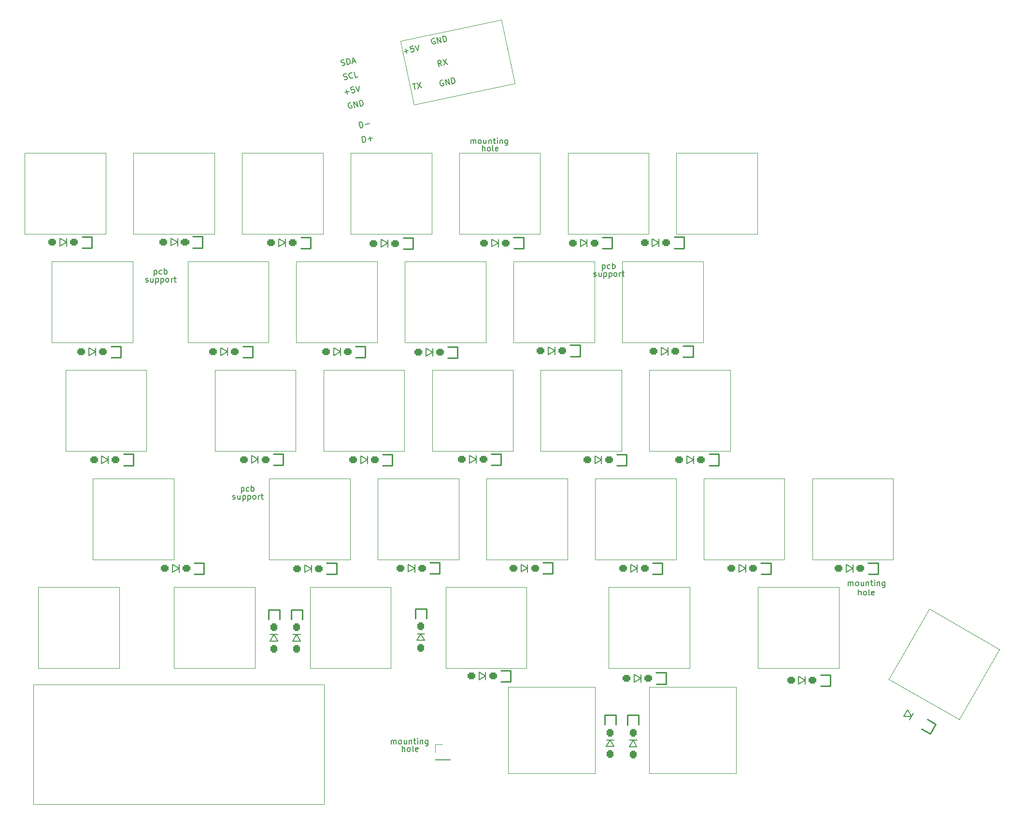
<source format=gbr>
%TF.GenerationSoftware,KiCad,Pcbnew,8.0.7*%
%TF.CreationDate,2025-08-07T21:50:34+02:00*%
%TF.ProjectId,pcb_keyboard_sx_rj11,7063625f-6b65-4796-926f-6172645f7378,rev?*%
%TF.SameCoordinates,Original*%
%TF.FileFunction,Legend,Top*%
%TF.FilePolarity,Positive*%
%FSLAX46Y46*%
G04 Gerber Fmt 4.6, Leading zero omitted, Abs format (unit mm)*
G04 Created by KiCad (PCBNEW 8.0.7) date 2025-08-07 21:50:34*
%MOMM*%
%LPD*%
G01*
G04 APERTURE LIST*
G04 Aperture macros list*
%AMRoundRect*
0 Rectangle with rounded corners*
0 $1 Rounding radius*
0 $2 $3 $4 $5 $6 $7 $8 $9 X,Y pos of 4 corners*
0 Add a 4 corners polygon primitive as box body*
4,1,4,$2,$3,$4,$5,$6,$7,$8,$9,$2,$3,0*
0 Add four circle primitives for the rounded corners*
1,1,$1+$1,$2,$3*
1,1,$1+$1,$4,$5*
1,1,$1+$1,$6,$7*
1,1,$1+$1,$8,$9*
0 Add four rect primitives between the rounded corners*
20,1,$1+$1,$2,$3,$4,$5,0*
20,1,$1+$1,$4,$5,$6,$7,0*
20,1,$1+$1,$6,$7,$8,$9,0*
20,1,$1+$1,$8,$9,$2,$3,0*%
%AMHorizOval*
0 Thick line with rounded ends*
0 $1 width*
0 $2 $3 position (X,Y) of the first rounded end (center of the circle)*
0 $4 $5 position (X,Y) of the second rounded end (center of the circle)*
0 Add line between two ends*
20,1,$1,$2,$3,$4,$5,0*
0 Add two circle primitives to create the rounded ends*
1,1,$1,$2,$3*
1,1,$1,$4,$5*%
%AMRotRect*
0 Rectangle, with rotation*
0 The origin of the aperture is its center*
0 $1 length*
0 $2 width*
0 $3 Rotation angle, in degrees counterclockwise*
0 Add horizontal line*
21,1,$1,$2,0,0,$3*%
G04 Aperture macros list end*
%ADD10C,0.200000*%
%ADD11C,0.120000*%
%ADD12C,0.250000*%
%ADD13C,1.750000*%
%ADD14C,3.050000*%
%ADD15C,4.000000*%
%ADD16C,3.200000*%
%ADD17C,1.200000*%
%ADD18C,3.250000*%
%ADD19RotRect,1.520000X1.520000X101.899000*%
%ADD20C,1.520000*%
%ADD21R,1.700000X1.700000*%
%ADD22O,1.700000X1.700000*%
%ADD23C,1.900000*%
%ADD24C,3.450000*%
%ADD25C,2.200000*%
%ADD26R,1.400000X1.400000*%
%ADD27RoundRect,0.300000X0.450000X0.300000X-0.450000X0.300000X-0.450000X-0.300000X0.450000X-0.300000X0*%
%ADD28RoundRect,0.300000X0.400000X0.300000X-0.400000X0.300000X-0.400000X-0.300000X0.400000X-0.300000X0*%
%ADD29C,1.400000*%
%ADD30O,1.700000X1.400000*%
%ADD31RotRect,1.400000X1.400000X150.000000*%
%ADD32RoundRect,0.300000X0.496410X0.059808X-0.196410X0.459808X-0.496410X-0.059808X0.196410X-0.459808X0*%
%ADD33RotRect,1.700000X1.700000X191.899000*%
%ADD34HorizOval,1.700000X0.000000X0.000000X0.000000X0.000000X0*%
%ADD35RoundRect,0.300000X-0.300000X0.400000X-0.300000X-0.400000X0.300000X-0.400000X0.300000X0.400000X0*%
G04 APERTURE END LIST*
D10*
X80757094Y-31074191D02*
X80654084Y-31047232D01*
X80654084Y-31047232D02*
X80514297Y-31076688D01*
X80514297Y-31076688D02*
X80384328Y-31152739D01*
X80384328Y-31152739D02*
X80310773Y-31265567D01*
X80310773Y-31265567D02*
X80283814Y-31368577D01*
X80283814Y-31368577D02*
X80276492Y-31564779D01*
X80276492Y-31564779D02*
X80305947Y-31704567D01*
X80305947Y-31704567D02*
X80391817Y-31881132D01*
X80391817Y-31881132D02*
X80458049Y-31964505D01*
X80458049Y-31964505D02*
X80570878Y-32038060D01*
X80570878Y-32038060D02*
X80720484Y-32055200D01*
X80720484Y-32055200D02*
X80813675Y-32035563D01*
X80813675Y-32035563D02*
X80943644Y-31959512D01*
X80943644Y-31959512D02*
X80980422Y-31903098D01*
X80980422Y-31903098D02*
X80911693Y-31576927D01*
X80911693Y-31576927D02*
X80725309Y-31616201D01*
X81419421Y-31907924D02*
X81213234Y-30929411D01*
X81213234Y-30929411D02*
X81978571Y-31790103D01*
X81978571Y-31790103D02*
X81772384Y-30811590D01*
X82444530Y-31691918D02*
X82238343Y-30713406D01*
X82238343Y-30713406D02*
X82471322Y-30664313D01*
X82471322Y-30664313D02*
X82620928Y-30681454D01*
X82620928Y-30681454D02*
X82733756Y-30755009D01*
X82733756Y-30755009D02*
X82799989Y-30838382D01*
X82799989Y-30838382D02*
X82885858Y-31014947D01*
X82885858Y-31014947D02*
X82915314Y-31154734D01*
X82915314Y-31154734D02*
X82907992Y-31350936D01*
X82907992Y-31350936D02*
X82881033Y-31453946D01*
X82881033Y-31453946D02*
X82807478Y-31566775D01*
X82807478Y-31566775D02*
X82677509Y-31642826D01*
X82677509Y-31642826D02*
X82444530Y-31691918D01*
X96839537Y-27125930D02*
X96736527Y-27098971D01*
X96736527Y-27098971D02*
X96596740Y-27128427D01*
X96596740Y-27128427D02*
X96466771Y-27204478D01*
X96466771Y-27204478D02*
X96393216Y-27317306D01*
X96393216Y-27317306D02*
X96366257Y-27420316D01*
X96366257Y-27420316D02*
X96358935Y-27616518D01*
X96358935Y-27616518D02*
X96388390Y-27756306D01*
X96388390Y-27756306D02*
X96474260Y-27932871D01*
X96474260Y-27932871D02*
X96540492Y-28016244D01*
X96540492Y-28016244D02*
X96653321Y-28089799D01*
X96653321Y-28089799D02*
X96802927Y-28106939D01*
X96802927Y-28106939D02*
X96896118Y-28087302D01*
X96896118Y-28087302D02*
X97026087Y-28011251D01*
X97026087Y-28011251D02*
X97062865Y-27954837D01*
X97062865Y-27954837D02*
X96994136Y-27628666D01*
X96994136Y-27628666D02*
X96807752Y-27667940D01*
X97501864Y-27959663D02*
X97295677Y-26981150D01*
X97295677Y-26981150D02*
X98061014Y-27841842D01*
X98061014Y-27841842D02*
X97854827Y-26863329D01*
X98526973Y-27743657D02*
X98320786Y-26765145D01*
X98320786Y-26765145D02*
X98553765Y-26716052D01*
X98553765Y-26716052D02*
X98703371Y-26733193D01*
X98703371Y-26733193D02*
X98816199Y-26806748D01*
X98816199Y-26806748D02*
X98882432Y-26890121D01*
X98882432Y-26890121D02*
X98968301Y-27066686D01*
X98968301Y-27066686D02*
X98997757Y-27206473D01*
X98997757Y-27206473D02*
X98990435Y-27402675D01*
X98990435Y-27402675D02*
X98963476Y-27505685D01*
X98963476Y-27505685D02*
X98889921Y-27618514D01*
X98889921Y-27618514D02*
X98759952Y-27694565D01*
X98759952Y-27694565D02*
X98526973Y-27743657D01*
X79608537Y-27012299D02*
X79758143Y-27029440D01*
X79758143Y-27029440D02*
X79991123Y-26980348D01*
X79991123Y-26980348D02*
X80074496Y-26914115D01*
X80074496Y-26914115D02*
X80111273Y-26857701D01*
X80111273Y-26857701D02*
X80138232Y-26754691D01*
X80138232Y-26754691D02*
X80118595Y-26661499D01*
X80118595Y-26661499D02*
X80052363Y-26578126D01*
X80052363Y-26578126D02*
X79995948Y-26541348D01*
X79995948Y-26541348D02*
X79892938Y-26514389D01*
X79892938Y-26514389D02*
X79696736Y-26507067D01*
X79696736Y-26507067D02*
X79593726Y-26480108D01*
X79593726Y-26480108D02*
X79537312Y-26443331D01*
X79537312Y-26443331D02*
X79471079Y-26359958D01*
X79471079Y-26359958D02*
X79451442Y-26266766D01*
X79451442Y-26266766D02*
X79478401Y-26163756D01*
X79478401Y-26163756D02*
X79515179Y-26107342D01*
X79515179Y-26107342D02*
X79598552Y-26041109D01*
X79598552Y-26041109D02*
X79831531Y-25992017D01*
X79831531Y-25992017D02*
X79981137Y-26009157D01*
X81136382Y-26641695D02*
X81099604Y-26698110D01*
X81099604Y-26698110D02*
X80969635Y-26774161D01*
X80969635Y-26774161D02*
X80876444Y-26793798D01*
X80876444Y-26793798D02*
X80726838Y-26776657D01*
X80726838Y-26776657D02*
X80614009Y-26703102D01*
X80614009Y-26703102D02*
X80547776Y-26619729D01*
X80547776Y-26619729D02*
X80461907Y-26443164D01*
X80461907Y-26443164D02*
X80432451Y-26303377D01*
X80432451Y-26303377D02*
X80439774Y-26107175D01*
X80439774Y-26107175D02*
X80466733Y-26004165D01*
X80466733Y-26004165D02*
X80540287Y-25891336D01*
X80540287Y-25891336D02*
X80670256Y-25815285D01*
X80670256Y-25815285D02*
X80763448Y-25795648D01*
X80763448Y-25795648D02*
X80913054Y-25812789D01*
X80913054Y-25812789D02*
X80969468Y-25849566D01*
X82041339Y-26548337D02*
X81575381Y-26646521D01*
X81575381Y-26646521D02*
X81369194Y-25668008D01*
X79186937Y-24539072D02*
X79336543Y-24556213D01*
X79336543Y-24556213D02*
X79569523Y-24507121D01*
X79569523Y-24507121D02*
X79652896Y-24440888D01*
X79652896Y-24440888D02*
X79689673Y-24384474D01*
X79689673Y-24384474D02*
X79716632Y-24281464D01*
X79716632Y-24281464D02*
X79696995Y-24188272D01*
X79696995Y-24188272D02*
X79630763Y-24104899D01*
X79630763Y-24104899D02*
X79574348Y-24068121D01*
X79574348Y-24068121D02*
X79471338Y-24041162D01*
X79471338Y-24041162D02*
X79275136Y-24033840D01*
X79275136Y-24033840D02*
X79172126Y-24006881D01*
X79172126Y-24006881D02*
X79115712Y-23970104D01*
X79115712Y-23970104D02*
X79049479Y-23886731D01*
X79049479Y-23886731D02*
X79029842Y-23793539D01*
X79029842Y-23793539D02*
X79056801Y-23690529D01*
X79056801Y-23690529D02*
X79093579Y-23634115D01*
X79093579Y-23634115D02*
X79176952Y-23567882D01*
X79176952Y-23567882D02*
X79409931Y-23518790D01*
X79409931Y-23518790D02*
X79559537Y-23535930D01*
X80175268Y-24379481D02*
X79969081Y-23400969D01*
X79969081Y-23400969D02*
X80202061Y-23351876D01*
X80202061Y-23351876D02*
X80351667Y-23369017D01*
X80351667Y-23369017D02*
X80464495Y-23442572D01*
X80464495Y-23442572D02*
X80530728Y-23525945D01*
X80530728Y-23525945D02*
X80616597Y-23702510D01*
X80616597Y-23702510D02*
X80646053Y-23842297D01*
X80646053Y-23842297D02*
X80638731Y-24038499D01*
X80638731Y-24038499D02*
X80611772Y-24141509D01*
X80611772Y-24141509D02*
X80538217Y-24254338D01*
X80538217Y-24254338D02*
X80408248Y-24330389D01*
X80408248Y-24330389D02*
X80175268Y-24379481D01*
X81048275Y-23903537D02*
X81514233Y-23805353D01*
X81013994Y-24202749D02*
X81133977Y-23155508D01*
X81133977Y-23155508D02*
X81666335Y-24065291D01*
X82413352Y-35495850D02*
X82207165Y-34517337D01*
X82207165Y-34517337D02*
X82440144Y-34468245D01*
X82440144Y-34468245D02*
X82589750Y-34485386D01*
X82589750Y-34485386D02*
X82702578Y-34558940D01*
X82702578Y-34558940D02*
X82768811Y-34642314D01*
X82768811Y-34642314D02*
X82854681Y-34818879D01*
X82854681Y-34818879D02*
X82884136Y-34958666D01*
X82884136Y-34958666D02*
X82876814Y-35154868D01*
X82876814Y-35154868D02*
X82849855Y-35257878D01*
X82849855Y-35257878D02*
X82776300Y-35370707D01*
X82776300Y-35370707D02*
X82646331Y-35446758D01*
X82646331Y-35446758D02*
X82413352Y-35495850D01*
X83313317Y-34916896D02*
X84058850Y-34759801D01*
X82893352Y-38035850D02*
X82687165Y-37057337D01*
X82687165Y-37057337D02*
X82920144Y-37008245D01*
X82920144Y-37008245D02*
X83069750Y-37025386D01*
X83069750Y-37025386D02*
X83182578Y-37098940D01*
X83182578Y-37098940D02*
X83248811Y-37182314D01*
X83248811Y-37182314D02*
X83334681Y-37358879D01*
X83334681Y-37358879D02*
X83364136Y-37498666D01*
X83364136Y-37498666D02*
X83356814Y-37694868D01*
X83356814Y-37694868D02*
X83329855Y-37797878D01*
X83329855Y-37797878D02*
X83256300Y-37910707D01*
X83256300Y-37910707D02*
X83126331Y-37986758D01*
X83126331Y-37986758D02*
X82893352Y-38035850D01*
X83793317Y-37456896D02*
X84538850Y-37299801D01*
X84244631Y-37751115D02*
X84087536Y-37005582D01*
X96747502Y-24583029D02*
X96323147Y-24185799D01*
X96188352Y-24700850D02*
X95982165Y-23722337D01*
X95982165Y-23722337D02*
X96354931Y-23643790D01*
X96354931Y-23643790D02*
X96457941Y-23670749D01*
X96457941Y-23670749D02*
X96514356Y-23707526D01*
X96514356Y-23707526D02*
X96580588Y-23790899D01*
X96580588Y-23790899D02*
X96610044Y-23930687D01*
X96610044Y-23930687D02*
X96583085Y-24033697D01*
X96583085Y-24033697D02*
X96546307Y-24090111D01*
X96546307Y-24090111D02*
X96462934Y-24156344D01*
X96462934Y-24156344D02*
X96090167Y-24234891D01*
X96867485Y-23535787D02*
X97726014Y-24376842D01*
X97519827Y-23398329D02*
X97073673Y-24514300D01*
X91537377Y-27786793D02*
X92096527Y-27668971D01*
X92023139Y-28706395D02*
X91816952Y-27727882D01*
X92329507Y-27619879D02*
X93188035Y-28460934D01*
X92981848Y-27482421D02*
X92535694Y-28598392D01*
X79694804Y-29263083D02*
X80440338Y-29105988D01*
X80146118Y-29557302D02*
X79989023Y-28811769D01*
X81244614Y-28303874D02*
X80778656Y-28402058D01*
X80778656Y-28402058D02*
X80830245Y-28877835D01*
X80830245Y-28877835D02*
X80867022Y-28821421D01*
X80867022Y-28821421D02*
X80950395Y-28755188D01*
X80950395Y-28755188D02*
X81183374Y-28706096D01*
X81183374Y-28706096D02*
X81286385Y-28733055D01*
X81286385Y-28733055D02*
X81342799Y-28769832D01*
X81342799Y-28769832D02*
X81409032Y-28853205D01*
X81409032Y-28853205D02*
X81458124Y-29086184D01*
X81458124Y-29086184D02*
X81431165Y-29189195D01*
X81431165Y-29189195D02*
X81394387Y-29245609D01*
X81394387Y-29245609D02*
X81311014Y-29311842D01*
X81311014Y-29311842D02*
X81078035Y-29360934D01*
X81078035Y-29360934D02*
X80975025Y-29333975D01*
X80975025Y-29333975D02*
X80918611Y-29297197D01*
X81570785Y-28235145D02*
X82103143Y-29144928D01*
X82103143Y-29144928D02*
X82223127Y-28097687D01*
X90104804Y-22083083D02*
X90850338Y-21925988D01*
X90556118Y-22377302D02*
X90399023Y-21631769D01*
X91654614Y-21123874D02*
X91188656Y-21222058D01*
X91188656Y-21222058D02*
X91240245Y-21697835D01*
X91240245Y-21697835D02*
X91277022Y-21641421D01*
X91277022Y-21641421D02*
X91360395Y-21575188D01*
X91360395Y-21575188D02*
X91593374Y-21526096D01*
X91593374Y-21526096D02*
X91696385Y-21553055D01*
X91696385Y-21553055D02*
X91752799Y-21589832D01*
X91752799Y-21589832D02*
X91819032Y-21673205D01*
X91819032Y-21673205D02*
X91868124Y-21906184D01*
X91868124Y-21906184D02*
X91841165Y-22009195D01*
X91841165Y-22009195D02*
X91804387Y-22065609D01*
X91804387Y-22065609D02*
X91721014Y-22131842D01*
X91721014Y-22131842D02*
X91488035Y-22180934D01*
X91488035Y-22180934D02*
X91385025Y-22153975D01*
X91385025Y-22153975D02*
X91328611Y-22117197D01*
X91980785Y-21055145D02*
X92513143Y-21964928D01*
X92513143Y-21964928D02*
X92633127Y-20917687D01*
X95372094Y-19799191D02*
X95269084Y-19772232D01*
X95269084Y-19772232D02*
X95129297Y-19801688D01*
X95129297Y-19801688D02*
X94999328Y-19877739D01*
X94999328Y-19877739D02*
X94925773Y-19990567D01*
X94925773Y-19990567D02*
X94898814Y-20093577D01*
X94898814Y-20093577D02*
X94891492Y-20289779D01*
X94891492Y-20289779D02*
X94920947Y-20429567D01*
X94920947Y-20429567D02*
X95006817Y-20606132D01*
X95006817Y-20606132D02*
X95073049Y-20689505D01*
X95073049Y-20689505D02*
X95185878Y-20763060D01*
X95185878Y-20763060D02*
X95335484Y-20780200D01*
X95335484Y-20780200D02*
X95428675Y-20760563D01*
X95428675Y-20760563D02*
X95558644Y-20684512D01*
X95558644Y-20684512D02*
X95595422Y-20628098D01*
X95595422Y-20628098D02*
X95526693Y-20301927D01*
X95526693Y-20301927D02*
X95340309Y-20341201D01*
X96034421Y-20632924D02*
X95828234Y-19654411D01*
X95828234Y-19654411D02*
X96593571Y-20515103D01*
X96593571Y-20515103D02*
X96387384Y-19536590D01*
X97059530Y-20416918D02*
X96853343Y-19438406D01*
X96853343Y-19438406D02*
X97086322Y-19389313D01*
X97086322Y-19389313D02*
X97235928Y-19406454D01*
X97235928Y-19406454D02*
X97348756Y-19480009D01*
X97348756Y-19480009D02*
X97414989Y-19563382D01*
X97414989Y-19563382D02*
X97500858Y-19739947D01*
X97500858Y-19739947D02*
X97530314Y-19879734D01*
X97530314Y-19879734D02*
X97522992Y-20075936D01*
X97522992Y-20075936D02*
X97496033Y-20178946D01*
X97496033Y-20178946D02*
X97422478Y-20291775D01*
X97422478Y-20291775D02*
X97292509Y-20367826D01*
X97292509Y-20367826D02*
X97059530Y-20416918D01*
X87858673Y-143622219D02*
X87858673Y-142955552D01*
X87858673Y-143050790D02*
X87906292Y-143003171D01*
X87906292Y-143003171D02*
X88001530Y-142955552D01*
X88001530Y-142955552D02*
X88144387Y-142955552D01*
X88144387Y-142955552D02*
X88239625Y-143003171D01*
X88239625Y-143003171D02*
X88287244Y-143098409D01*
X88287244Y-143098409D02*
X88287244Y-143622219D01*
X88287244Y-143098409D02*
X88334863Y-143003171D01*
X88334863Y-143003171D02*
X88430101Y-142955552D01*
X88430101Y-142955552D02*
X88572958Y-142955552D01*
X88572958Y-142955552D02*
X88668197Y-143003171D01*
X88668197Y-143003171D02*
X88715816Y-143098409D01*
X88715816Y-143098409D02*
X88715816Y-143622219D01*
X89334863Y-143622219D02*
X89239625Y-143574600D01*
X89239625Y-143574600D02*
X89192006Y-143526980D01*
X89192006Y-143526980D02*
X89144387Y-143431742D01*
X89144387Y-143431742D02*
X89144387Y-143146028D01*
X89144387Y-143146028D02*
X89192006Y-143050790D01*
X89192006Y-143050790D02*
X89239625Y-143003171D01*
X89239625Y-143003171D02*
X89334863Y-142955552D01*
X89334863Y-142955552D02*
X89477720Y-142955552D01*
X89477720Y-142955552D02*
X89572958Y-143003171D01*
X89572958Y-143003171D02*
X89620577Y-143050790D01*
X89620577Y-143050790D02*
X89668196Y-143146028D01*
X89668196Y-143146028D02*
X89668196Y-143431742D01*
X89668196Y-143431742D02*
X89620577Y-143526980D01*
X89620577Y-143526980D02*
X89572958Y-143574600D01*
X89572958Y-143574600D02*
X89477720Y-143622219D01*
X89477720Y-143622219D02*
X89334863Y-143622219D01*
X90525339Y-142955552D02*
X90525339Y-143622219D01*
X90096768Y-142955552D02*
X90096768Y-143479361D01*
X90096768Y-143479361D02*
X90144387Y-143574600D01*
X90144387Y-143574600D02*
X90239625Y-143622219D01*
X90239625Y-143622219D02*
X90382482Y-143622219D01*
X90382482Y-143622219D02*
X90477720Y-143574600D01*
X90477720Y-143574600D02*
X90525339Y-143526980D01*
X91001530Y-142955552D02*
X91001530Y-143622219D01*
X91001530Y-143050790D02*
X91049149Y-143003171D01*
X91049149Y-143003171D02*
X91144387Y-142955552D01*
X91144387Y-142955552D02*
X91287244Y-142955552D01*
X91287244Y-142955552D02*
X91382482Y-143003171D01*
X91382482Y-143003171D02*
X91430101Y-143098409D01*
X91430101Y-143098409D02*
X91430101Y-143622219D01*
X91763435Y-142955552D02*
X92144387Y-142955552D01*
X91906292Y-142622219D02*
X91906292Y-143479361D01*
X91906292Y-143479361D02*
X91953911Y-143574600D01*
X91953911Y-143574600D02*
X92049149Y-143622219D01*
X92049149Y-143622219D02*
X92144387Y-143622219D01*
X92477721Y-143622219D02*
X92477721Y-142955552D01*
X92477721Y-142622219D02*
X92430102Y-142669838D01*
X92430102Y-142669838D02*
X92477721Y-142717457D01*
X92477721Y-142717457D02*
X92525340Y-142669838D01*
X92525340Y-142669838D02*
X92477721Y-142622219D01*
X92477721Y-142622219D02*
X92477721Y-142717457D01*
X92953911Y-142955552D02*
X92953911Y-143622219D01*
X92953911Y-143050790D02*
X93001530Y-143003171D01*
X93001530Y-143003171D02*
X93096768Y-142955552D01*
X93096768Y-142955552D02*
X93239625Y-142955552D01*
X93239625Y-142955552D02*
X93334863Y-143003171D01*
X93334863Y-143003171D02*
X93382482Y-143098409D01*
X93382482Y-143098409D02*
X93382482Y-143622219D01*
X94287244Y-142955552D02*
X94287244Y-143765076D01*
X94287244Y-143765076D02*
X94239625Y-143860314D01*
X94239625Y-143860314D02*
X94192006Y-143907933D01*
X94192006Y-143907933D02*
X94096768Y-143955552D01*
X94096768Y-143955552D02*
X93953911Y-143955552D01*
X93953911Y-143955552D02*
X93858673Y-143907933D01*
X94287244Y-143574600D02*
X94192006Y-143622219D01*
X94192006Y-143622219D02*
X94001530Y-143622219D01*
X94001530Y-143622219D02*
X93906292Y-143574600D01*
X93906292Y-143574600D02*
X93858673Y-143526980D01*
X93858673Y-143526980D02*
X93811054Y-143431742D01*
X93811054Y-143431742D02*
X93811054Y-143146028D01*
X93811054Y-143146028D02*
X93858673Y-143050790D01*
X93858673Y-143050790D02*
X93906292Y-143003171D01*
X93906292Y-143003171D02*
X94001530Y-142955552D01*
X94001530Y-142955552D02*
X94192006Y-142955552D01*
X94192006Y-142955552D02*
X94287244Y-143003171D01*
X89808673Y-144922219D02*
X89808673Y-143922219D01*
X90237244Y-144922219D02*
X90237244Y-144398409D01*
X90237244Y-144398409D02*
X90189625Y-144303171D01*
X90189625Y-144303171D02*
X90094387Y-144255552D01*
X90094387Y-144255552D02*
X89951530Y-144255552D01*
X89951530Y-144255552D02*
X89856292Y-144303171D01*
X89856292Y-144303171D02*
X89808673Y-144350790D01*
X90856292Y-144922219D02*
X90761054Y-144874600D01*
X90761054Y-144874600D02*
X90713435Y-144826980D01*
X90713435Y-144826980D02*
X90665816Y-144731742D01*
X90665816Y-144731742D02*
X90665816Y-144446028D01*
X90665816Y-144446028D02*
X90713435Y-144350790D01*
X90713435Y-144350790D02*
X90761054Y-144303171D01*
X90761054Y-144303171D02*
X90856292Y-144255552D01*
X90856292Y-144255552D02*
X90999149Y-144255552D01*
X90999149Y-144255552D02*
X91094387Y-144303171D01*
X91094387Y-144303171D02*
X91142006Y-144350790D01*
X91142006Y-144350790D02*
X91189625Y-144446028D01*
X91189625Y-144446028D02*
X91189625Y-144731742D01*
X91189625Y-144731742D02*
X91142006Y-144826980D01*
X91142006Y-144826980D02*
X91094387Y-144874600D01*
X91094387Y-144874600D02*
X90999149Y-144922219D01*
X90999149Y-144922219D02*
X90856292Y-144922219D01*
X91761054Y-144922219D02*
X91665816Y-144874600D01*
X91665816Y-144874600D02*
X91618197Y-144779361D01*
X91618197Y-144779361D02*
X91618197Y-143922219D01*
X92522959Y-144874600D02*
X92427721Y-144922219D01*
X92427721Y-144922219D02*
X92237245Y-144922219D01*
X92237245Y-144922219D02*
X92142007Y-144874600D01*
X92142007Y-144874600D02*
X92094388Y-144779361D01*
X92094388Y-144779361D02*
X92094388Y-144398409D01*
X92094388Y-144398409D02*
X92142007Y-144303171D01*
X92142007Y-144303171D02*
X92237245Y-144255552D01*
X92237245Y-144255552D02*
X92427721Y-144255552D01*
X92427721Y-144255552D02*
X92522959Y-144303171D01*
X92522959Y-144303171D02*
X92570578Y-144398409D01*
X92570578Y-144398409D02*
X92570578Y-144493647D01*
X92570578Y-144493647D02*
X92094388Y-144588885D01*
X61560673Y-98597552D02*
X61560673Y-99597552D01*
X61560673Y-98645171D02*
X61655911Y-98597552D01*
X61655911Y-98597552D02*
X61846387Y-98597552D01*
X61846387Y-98597552D02*
X61941625Y-98645171D01*
X61941625Y-98645171D02*
X61989244Y-98692790D01*
X61989244Y-98692790D02*
X62036863Y-98788028D01*
X62036863Y-98788028D02*
X62036863Y-99073742D01*
X62036863Y-99073742D02*
X61989244Y-99168980D01*
X61989244Y-99168980D02*
X61941625Y-99216600D01*
X61941625Y-99216600D02*
X61846387Y-99264219D01*
X61846387Y-99264219D02*
X61655911Y-99264219D01*
X61655911Y-99264219D02*
X61560673Y-99216600D01*
X62894006Y-99216600D02*
X62798768Y-99264219D01*
X62798768Y-99264219D02*
X62608292Y-99264219D01*
X62608292Y-99264219D02*
X62513054Y-99216600D01*
X62513054Y-99216600D02*
X62465435Y-99168980D01*
X62465435Y-99168980D02*
X62417816Y-99073742D01*
X62417816Y-99073742D02*
X62417816Y-98788028D01*
X62417816Y-98788028D02*
X62465435Y-98692790D01*
X62465435Y-98692790D02*
X62513054Y-98645171D01*
X62513054Y-98645171D02*
X62608292Y-98597552D01*
X62608292Y-98597552D02*
X62798768Y-98597552D01*
X62798768Y-98597552D02*
X62894006Y-98645171D01*
X63322578Y-99264219D02*
X63322578Y-98264219D01*
X63322578Y-98645171D02*
X63417816Y-98597552D01*
X63417816Y-98597552D02*
X63608292Y-98597552D01*
X63608292Y-98597552D02*
X63703530Y-98645171D01*
X63703530Y-98645171D02*
X63751149Y-98692790D01*
X63751149Y-98692790D02*
X63798768Y-98788028D01*
X63798768Y-98788028D02*
X63798768Y-99073742D01*
X63798768Y-99073742D02*
X63751149Y-99168980D01*
X63751149Y-99168980D02*
X63703530Y-99216600D01*
X63703530Y-99216600D02*
X63608292Y-99264219D01*
X63608292Y-99264219D02*
X63417816Y-99264219D01*
X63417816Y-99264219D02*
X63322578Y-99216600D01*
X60063054Y-100596600D02*
X60158292Y-100644219D01*
X60158292Y-100644219D02*
X60348768Y-100644219D01*
X60348768Y-100644219D02*
X60444006Y-100596600D01*
X60444006Y-100596600D02*
X60491625Y-100501361D01*
X60491625Y-100501361D02*
X60491625Y-100453742D01*
X60491625Y-100453742D02*
X60444006Y-100358504D01*
X60444006Y-100358504D02*
X60348768Y-100310885D01*
X60348768Y-100310885D02*
X60205911Y-100310885D01*
X60205911Y-100310885D02*
X60110673Y-100263266D01*
X60110673Y-100263266D02*
X60063054Y-100168028D01*
X60063054Y-100168028D02*
X60063054Y-100120409D01*
X60063054Y-100120409D02*
X60110673Y-100025171D01*
X60110673Y-100025171D02*
X60205911Y-99977552D01*
X60205911Y-99977552D02*
X60348768Y-99977552D01*
X60348768Y-99977552D02*
X60444006Y-100025171D01*
X61348768Y-99977552D02*
X61348768Y-100644219D01*
X60920197Y-99977552D02*
X60920197Y-100501361D01*
X60920197Y-100501361D02*
X60967816Y-100596600D01*
X60967816Y-100596600D02*
X61063054Y-100644219D01*
X61063054Y-100644219D02*
X61205911Y-100644219D01*
X61205911Y-100644219D02*
X61301149Y-100596600D01*
X61301149Y-100596600D02*
X61348768Y-100548980D01*
X61824959Y-99977552D02*
X61824959Y-100977552D01*
X61824959Y-100025171D02*
X61920197Y-99977552D01*
X61920197Y-99977552D02*
X62110673Y-99977552D01*
X62110673Y-99977552D02*
X62205911Y-100025171D01*
X62205911Y-100025171D02*
X62253530Y-100072790D01*
X62253530Y-100072790D02*
X62301149Y-100168028D01*
X62301149Y-100168028D02*
X62301149Y-100453742D01*
X62301149Y-100453742D02*
X62253530Y-100548980D01*
X62253530Y-100548980D02*
X62205911Y-100596600D01*
X62205911Y-100596600D02*
X62110673Y-100644219D01*
X62110673Y-100644219D02*
X61920197Y-100644219D01*
X61920197Y-100644219D02*
X61824959Y-100596600D01*
X62729721Y-99977552D02*
X62729721Y-100977552D01*
X62729721Y-100025171D02*
X62824959Y-99977552D01*
X62824959Y-99977552D02*
X63015435Y-99977552D01*
X63015435Y-99977552D02*
X63110673Y-100025171D01*
X63110673Y-100025171D02*
X63158292Y-100072790D01*
X63158292Y-100072790D02*
X63205911Y-100168028D01*
X63205911Y-100168028D02*
X63205911Y-100453742D01*
X63205911Y-100453742D02*
X63158292Y-100548980D01*
X63158292Y-100548980D02*
X63110673Y-100596600D01*
X63110673Y-100596600D02*
X63015435Y-100644219D01*
X63015435Y-100644219D02*
X62824959Y-100644219D01*
X62824959Y-100644219D02*
X62729721Y-100596600D01*
X63777340Y-100644219D02*
X63682102Y-100596600D01*
X63682102Y-100596600D02*
X63634483Y-100548980D01*
X63634483Y-100548980D02*
X63586864Y-100453742D01*
X63586864Y-100453742D02*
X63586864Y-100168028D01*
X63586864Y-100168028D02*
X63634483Y-100072790D01*
X63634483Y-100072790D02*
X63682102Y-100025171D01*
X63682102Y-100025171D02*
X63777340Y-99977552D01*
X63777340Y-99977552D02*
X63920197Y-99977552D01*
X63920197Y-99977552D02*
X64015435Y-100025171D01*
X64015435Y-100025171D02*
X64063054Y-100072790D01*
X64063054Y-100072790D02*
X64110673Y-100168028D01*
X64110673Y-100168028D02*
X64110673Y-100453742D01*
X64110673Y-100453742D02*
X64063054Y-100548980D01*
X64063054Y-100548980D02*
X64015435Y-100596600D01*
X64015435Y-100596600D02*
X63920197Y-100644219D01*
X63920197Y-100644219D02*
X63777340Y-100644219D01*
X64539245Y-100644219D02*
X64539245Y-99977552D01*
X64539245Y-100168028D02*
X64586864Y-100072790D01*
X64586864Y-100072790D02*
X64634483Y-100025171D01*
X64634483Y-100025171D02*
X64729721Y-99977552D01*
X64729721Y-99977552D02*
X64824959Y-99977552D01*
X65015436Y-99977552D02*
X65396388Y-99977552D01*
X65158293Y-99644219D02*
X65158293Y-100501361D01*
X65158293Y-100501361D02*
X65205912Y-100596600D01*
X65205912Y-100596600D02*
X65301150Y-100644219D01*
X65301150Y-100644219D02*
X65396388Y-100644219D01*
X124853673Y-59507552D02*
X124853673Y-60507552D01*
X124853673Y-59555171D02*
X124948911Y-59507552D01*
X124948911Y-59507552D02*
X125139387Y-59507552D01*
X125139387Y-59507552D02*
X125234625Y-59555171D01*
X125234625Y-59555171D02*
X125282244Y-59602790D01*
X125282244Y-59602790D02*
X125329863Y-59698028D01*
X125329863Y-59698028D02*
X125329863Y-59983742D01*
X125329863Y-59983742D02*
X125282244Y-60078980D01*
X125282244Y-60078980D02*
X125234625Y-60126600D01*
X125234625Y-60126600D02*
X125139387Y-60174219D01*
X125139387Y-60174219D02*
X124948911Y-60174219D01*
X124948911Y-60174219D02*
X124853673Y-60126600D01*
X126187006Y-60126600D02*
X126091768Y-60174219D01*
X126091768Y-60174219D02*
X125901292Y-60174219D01*
X125901292Y-60174219D02*
X125806054Y-60126600D01*
X125806054Y-60126600D02*
X125758435Y-60078980D01*
X125758435Y-60078980D02*
X125710816Y-59983742D01*
X125710816Y-59983742D02*
X125710816Y-59698028D01*
X125710816Y-59698028D02*
X125758435Y-59602790D01*
X125758435Y-59602790D02*
X125806054Y-59555171D01*
X125806054Y-59555171D02*
X125901292Y-59507552D01*
X125901292Y-59507552D02*
X126091768Y-59507552D01*
X126091768Y-59507552D02*
X126187006Y-59555171D01*
X126615578Y-60174219D02*
X126615578Y-59174219D01*
X126615578Y-59555171D02*
X126710816Y-59507552D01*
X126710816Y-59507552D02*
X126901292Y-59507552D01*
X126901292Y-59507552D02*
X126996530Y-59555171D01*
X126996530Y-59555171D02*
X127044149Y-59602790D01*
X127044149Y-59602790D02*
X127091768Y-59698028D01*
X127091768Y-59698028D02*
X127091768Y-59983742D01*
X127091768Y-59983742D02*
X127044149Y-60078980D01*
X127044149Y-60078980D02*
X126996530Y-60126600D01*
X126996530Y-60126600D02*
X126901292Y-60174219D01*
X126901292Y-60174219D02*
X126710816Y-60174219D01*
X126710816Y-60174219D02*
X126615578Y-60126600D01*
X123356054Y-61506600D02*
X123451292Y-61554219D01*
X123451292Y-61554219D02*
X123641768Y-61554219D01*
X123641768Y-61554219D02*
X123737006Y-61506600D01*
X123737006Y-61506600D02*
X123784625Y-61411361D01*
X123784625Y-61411361D02*
X123784625Y-61363742D01*
X123784625Y-61363742D02*
X123737006Y-61268504D01*
X123737006Y-61268504D02*
X123641768Y-61220885D01*
X123641768Y-61220885D02*
X123498911Y-61220885D01*
X123498911Y-61220885D02*
X123403673Y-61173266D01*
X123403673Y-61173266D02*
X123356054Y-61078028D01*
X123356054Y-61078028D02*
X123356054Y-61030409D01*
X123356054Y-61030409D02*
X123403673Y-60935171D01*
X123403673Y-60935171D02*
X123498911Y-60887552D01*
X123498911Y-60887552D02*
X123641768Y-60887552D01*
X123641768Y-60887552D02*
X123737006Y-60935171D01*
X124641768Y-60887552D02*
X124641768Y-61554219D01*
X124213197Y-60887552D02*
X124213197Y-61411361D01*
X124213197Y-61411361D02*
X124260816Y-61506600D01*
X124260816Y-61506600D02*
X124356054Y-61554219D01*
X124356054Y-61554219D02*
X124498911Y-61554219D01*
X124498911Y-61554219D02*
X124594149Y-61506600D01*
X124594149Y-61506600D02*
X124641768Y-61458980D01*
X125117959Y-60887552D02*
X125117959Y-61887552D01*
X125117959Y-60935171D02*
X125213197Y-60887552D01*
X125213197Y-60887552D02*
X125403673Y-60887552D01*
X125403673Y-60887552D02*
X125498911Y-60935171D01*
X125498911Y-60935171D02*
X125546530Y-60982790D01*
X125546530Y-60982790D02*
X125594149Y-61078028D01*
X125594149Y-61078028D02*
X125594149Y-61363742D01*
X125594149Y-61363742D02*
X125546530Y-61458980D01*
X125546530Y-61458980D02*
X125498911Y-61506600D01*
X125498911Y-61506600D02*
X125403673Y-61554219D01*
X125403673Y-61554219D02*
X125213197Y-61554219D01*
X125213197Y-61554219D02*
X125117959Y-61506600D01*
X126022721Y-60887552D02*
X126022721Y-61887552D01*
X126022721Y-60935171D02*
X126117959Y-60887552D01*
X126117959Y-60887552D02*
X126308435Y-60887552D01*
X126308435Y-60887552D02*
X126403673Y-60935171D01*
X126403673Y-60935171D02*
X126451292Y-60982790D01*
X126451292Y-60982790D02*
X126498911Y-61078028D01*
X126498911Y-61078028D02*
X126498911Y-61363742D01*
X126498911Y-61363742D02*
X126451292Y-61458980D01*
X126451292Y-61458980D02*
X126403673Y-61506600D01*
X126403673Y-61506600D02*
X126308435Y-61554219D01*
X126308435Y-61554219D02*
X126117959Y-61554219D01*
X126117959Y-61554219D02*
X126022721Y-61506600D01*
X127070340Y-61554219D02*
X126975102Y-61506600D01*
X126975102Y-61506600D02*
X126927483Y-61458980D01*
X126927483Y-61458980D02*
X126879864Y-61363742D01*
X126879864Y-61363742D02*
X126879864Y-61078028D01*
X126879864Y-61078028D02*
X126927483Y-60982790D01*
X126927483Y-60982790D02*
X126975102Y-60935171D01*
X126975102Y-60935171D02*
X127070340Y-60887552D01*
X127070340Y-60887552D02*
X127213197Y-60887552D01*
X127213197Y-60887552D02*
X127308435Y-60935171D01*
X127308435Y-60935171D02*
X127356054Y-60982790D01*
X127356054Y-60982790D02*
X127403673Y-61078028D01*
X127403673Y-61078028D02*
X127403673Y-61363742D01*
X127403673Y-61363742D02*
X127356054Y-61458980D01*
X127356054Y-61458980D02*
X127308435Y-61506600D01*
X127308435Y-61506600D02*
X127213197Y-61554219D01*
X127213197Y-61554219D02*
X127070340Y-61554219D01*
X127832245Y-61554219D02*
X127832245Y-60887552D01*
X127832245Y-61078028D02*
X127879864Y-60982790D01*
X127879864Y-60982790D02*
X127927483Y-60935171D01*
X127927483Y-60935171D02*
X128022721Y-60887552D01*
X128022721Y-60887552D02*
X128117959Y-60887552D01*
X128308436Y-60887552D02*
X128689388Y-60887552D01*
X128451293Y-60554219D02*
X128451293Y-61411361D01*
X128451293Y-61411361D02*
X128498912Y-61506600D01*
X128498912Y-61506600D02*
X128594150Y-61554219D01*
X128594150Y-61554219D02*
X128689388Y-61554219D01*
X46307173Y-60497552D02*
X46307173Y-61497552D01*
X46307173Y-60545171D02*
X46402411Y-60497552D01*
X46402411Y-60497552D02*
X46592887Y-60497552D01*
X46592887Y-60497552D02*
X46688125Y-60545171D01*
X46688125Y-60545171D02*
X46735744Y-60592790D01*
X46735744Y-60592790D02*
X46783363Y-60688028D01*
X46783363Y-60688028D02*
X46783363Y-60973742D01*
X46783363Y-60973742D02*
X46735744Y-61068980D01*
X46735744Y-61068980D02*
X46688125Y-61116600D01*
X46688125Y-61116600D02*
X46592887Y-61164219D01*
X46592887Y-61164219D02*
X46402411Y-61164219D01*
X46402411Y-61164219D02*
X46307173Y-61116600D01*
X47640506Y-61116600D02*
X47545268Y-61164219D01*
X47545268Y-61164219D02*
X47354792Y-61164219D01*
X47354792Y-61164219D02*
X47259554Y-61116600D01*
X47259554Y-61116600D02*
X47211935Y-61068980D01*
X47211935Y-61068980D02*
X47164316Y-60973742D01*
X47164316Y-60973742D02*
X47164316Y-60688028D01*
X47164316Y-60688028D02*
X47211935Y-60592790D01*
X47211935Y-60592790D02*
X47259554Y-60545171D01*
X47259554Y-60545171D02*
X47354792Y-60497552D01*
X47354792Y-60497552D02*
X47545268Y-60497552D01*
X47545268Y-60497552D02*
X47640506Y-60545171D01*
X48069078Y-61164219D02*
X48069078Y-60164219D01*
X48069078Y-60545171D02*
X48164316Y-60497552D01*
X48164316Y-60497552D02*
X48354792Y-60497552D01*
X48354792Y-60497552D02*
X48450030Y-60545171D01*
X48450030Y-60545171D02*
X48497649Y-60592790D01*
X48497649Y-60592790D02*
X48545268Y-60688028D01*
X48545268Y-60688028D02*
X48545268Y-60973742D01*
X48545268Y-60973742D02*
X48497649Y-61068980D01*
X48497649Y-61068980D02*
X48450030Y-61116600D01*
X48450030Y-61116600D02*
X48354792Y-61164219D01*
X48354792Y-61164219D02*
X48164316Y-61164219D01*
X48164316Y-61164219D02*
X48069078Y-61116600D01*
X44809554Y-62496600D02*
X44904792Y-62544219D01*
X44904792Y-62544219D02*
X45095268Y-62544219D01*
X45095268Y-62544219D02*
X45190506Y-62496600D01*
X45190506Y-62496600D02*
X45238125Y-62401361D01*
X45238125Y-62401361D02*
X45238125Y-62353742D01*
X45238125Y-62353742D02*
X45190506Y-62258504D01*
X45190506Y-62258504D02*
X45095268Y-62210885D01*
X45095268Y-62210885D02*
X44952411Y-62210885D01*
X44952411Y-62210885D02*
X44857173Y-62163266D01*
X44857173Y-62163266D02*
X44809554Y-62068028D01*
X44809554Y-62068028D02*
X44809554Y-62020409D01*
X44809554Y-62020409D02*
X44857173Y-61925171D01*
X44857173Y-61925171D02*
X44952411Y-61877552D01*
X44952411Y-61877552D02*
X45095268Y-61877552D01*
X45095268Y-61877552D02*
X45190506Y-61925171D01*
X46095268Y-61877552D02*
X46095268Y-62544219D01*
X45666697Y-61877552D02*
X45666697Y-62401361D01*
X45666697Y-62401361D02*
X45714316Y-62496600D01*
X45714316Y-62496600D02*
X45809554Y-62544219D01*
X45809554Y-62544219D02*
X45952411Y-62544219D01*
X45952411Y-62544219D02*
X46047649Y-62496600D01*
X46047649Y-62496600D02*
X46095268Y-62448980D01*
X46571459Y-61877552D02*
X46571459Y-62877552D01*
X46571459Y-61925171D02*
X46666697Y-61877552D01*
X46666697Y-61877552D02*
X46857173Y-61877552D01*
X46857173Y-61877552D02*
X46952411Y-61925171D01*
X46952411Y-61925171D02*
X47000030Y-61972790D01*
X47000030Y-61972790D02*
X47047649Y-62068028D01*
X47047649Y-62068028D02*
X47047649Y-62353742D01*
X47047649Y-62353742D02*
X47000030Y-62448980D01*
X47000030Y-62448980D02*
X46952411Y-62496600D01*
X46952411Y-62496600D02*
X46857173Y-62544219D01*
X46857173Y-62544219D02*
X46666697Y-62544219D01*
X46666697Y-62544219D02*
X46571459Y-62496600D01*
X47476221Y-61877552D02*
X47476221Y-62877552D01*
X47476221Y-61925171D02*
X47571459Y-61877552D01*
X47571459Y-61877552D02*
X47761935Y-61877552D01*
X47761935Y-61877552D02*
X47857173Y-61925171D01*
X47857173Y-61925171D02*
X47904792Y-61972790D01*
X47904792Y-61972790D02*
X47952411Y-62068028D01*
X47952411Y-62068028D02*
X47952411Y-62353742D01*
X47952411Y-62353742D02*
X47904792Y-62448980D01*
X47904792Y-62448980D02*
X47857173Y-62496600D01*
X47857173Y-62496600D02*
X47761935Y-62544219D01*
X47761935Y-62544219D02*
X47571459Y-62544219D01*
X47571459Y-62544219D02*
X47476221Y-62496600D01*
X48523840Y-62544219D02*
X48428602Y-62496600D01*
X48428602Y-62496600D02*
X48380983Y-62448980D01*
X48380983Y-62448980D02*
X48333364Y-62353742D01*
X48333364Y-62353742D02*
X48333364Y-62068028D01*
X48333364Y-62068028D02*
X48380983Y-61972790D01*
X48380983Y-61972790D02*
X48428602Y-61925171D01*
X48428602Y-61925171D02*
X48523840Y-61877552D01*
X48523840Y-61877552D02*
X48666697Y-61877552D01*
X48666697Y-61877552D02*
X48761935Y-61925171D01*
X48761935Y-61925171D02*
X48809554Y-61972790D01*
X48809554Y-61972790D02*
X48857173Y-62068028D01*
X48857173Y-62068028D02*
X48857173Y-62353742D01*
X48857173Y-62353742D02*
X48809554Y-62448980D01*
X48809554Y-62448980D02*
X48761935Y-62496600D01*
X48761935Y-62496600D02*
X48666697Y-62544219D01*
X48666697Y-62544219D02*
X48523840Y-62544219D01*
X49285745Y-62544219D02*
X49285745Y-61877552D01*
X49285745Y-62068028D02*
X49333364Y-61972790D01*
X49333364Y-61972790D02*
X49380983Y-61925171D01*
X49380983Y-61925171D02*
X49476221Y-61877552D01*
X49476221Y-61877552D02*
X49571459Y-61877552D01*
X49761936Y-61877552D02*
X50142888Y-61877552D01*
X49904793Y-61544219D02*
X49904793Y-62401361D01*
X49904793Y-62401361D02*
X49952412Y-62496600D01*
X49952412Y-62496600D02*
X50047650Y-62544219D01*
X50047650Y-62544219D02*
X50142888Y-62544219D01*
X167958673Y-115832219D02*
X167958673Y-115165552D01*
X167958673Y-115260790D02*
X168006292Y-115213171D01*
X168006292Y-115213171D02*
X168101530Y-115165552D01*
X168101530Y-115165552D02*
X168244387Y-115165552D01*
X168244387Y-115165552D02*
X168339625Y-115213171D01*
X168339625Y-115213171D02*
X168387244Y-115308409D01*
X168387244Y-115308409D02*
X168387244Y-115832219D01*
X168387244Y-115308409D02*
X168434863Y-115213171D01*
X168434863Y-115213171D02*
X168530101Y-115165552D01*
X168530101Y-115165552D02*
X168672958Y-115165552D01*
X168672958Y-115165552D02*
X168768197Y-115213171D01*
X168768197Y-115213171D02*
X168815816Y-115308409D01*
X168815816Y-115308409D02*
X168815816Y-115832219D01*
X169434863Y-115832219D02*
X169339625Y-115784600D01*
X169339625Y-115784600D02*
X169292006Y-115736980D01*
X169292006Y-115736980D02*
X169244387Y-115641742D01*
X169244387Y-115641742D02*
X169244387Y-115356028D01*
X169244387Y-115356028D02*
X169292006Y-115260790D01*
X169292006Y-115260790D02*
X169339625Y-115213171D01*
X169339625Y-115213171D02*
X169434863Y-115165552D01*
X169434863Y-115165552D02*
X169577720Y-115165552D01*
X169577720Y-115165552D02*
X169672958Y-115213171D01*
X169672958Y-115213171D02*
X169720577Y-115260790D01*
X169720577Y-115260790D02*
X169768196Y-115356028D01*
X169768196Y-115356028D02*
X169768196Y-115641742D01*
X169768196Y-115641742D02*
X169720577Y-115736980D01*
X169720577Y-115736980D02*
X169672958Y-115784600D01*
X169672958Y-115784600D02*
X169577720Y-115832219D01*
X169577720Y-115832219D02*
X169434863Y-115832219D01*
X170625339Y-115165552D02*
X170625339Y-115832219D01*
X170196768Y-115165552D02*
X170196768Y-115689361D01*
X170196768Y-115689361D02*
X170244387Y-115784600D01*
X170244387Y-115784600D02*
X170339625Y-115832219D01*
X170339625Y-115832219D02*
X170482482Y-115832219D01*
X170482482Y-115832219D02*
X170577720Y-115784600D01*
X170577720Y-115784600D02*
X170625339Y-115736980D01*
X171101530Y-115165552D02*
X171101530Y-115832219D01*
X171101530Y-115260790D02*
X171149149Y-115213171D01*
X171149149Y-115213171D02*
X171244387Y-115165552D01*
X171244387Y-115165552D02*
X171387244Y-115165552D01*
X171387244Y-115165552D02*
X171482482Y-115213171D01*
X171482482Y-115213171D02*
X171530101Y-115308409D01*
X171530101Y-115308409D02*
X171530101Y-115832219D01*
X171863435Y-115165552D02*
X172244387Y-115165552D01*
X172006292Y-114832219D02*
X172006292Y-115689361D01*
X172006292Y-115689361D02*
X172053911Y-115784600D01*
X172053911Y-115784600D02*
X172149149Y-115832219D01*
X172149149Y-115832219D02*
X172244387Y-115832219D01*
X172577721Y-115832219D02*
X172577721Y-115165552D01*
X172577721Y-114832219D02*
X172530102Y-114879838D01*
X172530102Y-114879838D02*
X172577721Y-114927457D01*
X172577721Y-114927457D02*
X172625340Y-114879838D01*
X172625340Y-114879838D02*
X172577721Y-114832219D01*
X172577721Y-114832219D02*
X172577721Y-114927457D01*
X173053911Y-115165552D02*
X173053911Y-115832219D01*
X173053911Y-115260790D02*
X173101530Y-115213171D01*
X173101530Y-115213171D02*
X173196768Y-115165552D01*
X173196768Y-115165552D02*
X173339625Y-115165552D01*
X173339625Y-115165552D02*
X173434863Y-115213171D01*
X173434863Y-115213171D02*
X173482482Y-115308409D01*
X173482482Y-115308409D02*
X173482482Y-115832219D01*
X174387244Y-115165552D02*
X174387244Y-115975076D01*
X174387244Y-115975076D02*
X174339625Y-116070314D01*
X174339625Y-116070314D02*
X174292006Y-116117933D01*
X174292006Y-116117933D02*
X174196768Y-116165552D01*
X174196768Y-116165552D02*
X174053911Y-116165552D01*
X174053911Y-116165552D02*
X173958673Y-116117933D01*
X174387244Y-115784600D02*
X174292006Y-115832219D01*
X174292006Y-115832219D02*
X174101530Y-115832219D01*
X174101530Y-115832219D02*
X174006292Y-115784600D01*
X174006292Y-115784600D02*
X173958673Y-115736980D01*
X173958673Y-115736980D02*
X173911054Y-115641742D01*
X173911054Y-115641742D02*
X173911054Y-115356028D01*
X173911054Y-115356028D02*
X173958673Y-115260790D01*
X173958673Y-115260790D02*
X174006292Y-115213171D01*
X174006292Y-115213171D02*
X174101530Y-115165552D01*
X174101530Y-115165552D02*
X174292006Y-115165552D01*
X174292006Y-115165552D02*
X174387244Y-115213171D01*
X169758673Y-117482219D02*
X169758673Y-116482219D01*
X170187244Y-117482219D02*
X170187244Y-116958409D01*
X170187244Y-116958409D02*
X170139625Y-116863171D01*
X170139625Y-116863171D02*
X170044387Y-116815552D01*
X170044387Y-116815552D02*
X169901530Y-116815552D01*
X169901530Y-116815552D02*
X169806292Y-116863171D01*
X169806292Y-116863171D02*
X169758673Y-116910790D01*
X170806292Y-117482219D02*
X170711054Y-117434600D01*
X170711054Y-117434600D02*
X170663435Y-117386980D01*
X170663435Y-117386980D02*
X170615816Y-117291742D01*
X170615816Y-117291742D02*
X170615816Y-117006028D01*
X170615816Y-117006028D02*
X170663435Y-116910790D01*
X170663435Y-116910790D02*
X170711054Y-116863171D01*
X170711054Y-116863171D02*
X170806292Y-116815552D01*
X170806292Y-116815552D02*
X170949149Y-116815552D01*
X170949149Y-116815552D02*
X171044387Y-116863171D01*
X171044387Y-116863171D02*
X171092006Y-116910790D01*
X171092006Y-116910790D02*
X171139625Y-117006028D01*
X171139625Y-117006028D02*
X171139625Y-117291742D01*
X171139625Y-117291742D02*
X171092006Y-117386980D01*
X171092006Y-117386980D02*
X171044387Y-117434600D01*
X171044387Y-117434600D02*
X170949149Y-117482219D01*
X170949149Y-117482219D02*
X170806292Y-117482219D01*
X171711054Y-117482219D02*
X171615816Y-117434600D01*
X171615816Y-117434600D02*
X171568197Y-117339361D01*
X171568197Y-117339361D02*
X171568197Y-116482219D01*
X172472959Y-117434600D02*
X172377721Y-117482219D01*
X172377721Y-117482219D02*
X172187245Y-117482219D01*
X172187245Y-117482219D02*
X172092007Y-117434600D01*
X172092007Y-117434600D02*
X172044388Y-117339361D01*
X172044388Y-117339361D02*
X172044388Y-116958409D01*
X172044388Y-116958409D02*
X172092007Y-116863171D01*
X172092007Y-116863171D02*
X172187245Y-116815552D01*
X172187245Y-116815552D02*
X172377721Y-116815552D01*
X172377721Y-116815552D02*
X172472959Y-116863171D01*
X172472959Y-116863171D02*
X172520578Y-116958409D01*
X172520578Y-116958409D02*
X172520578Y-117053647D01*
X172520578Y-117053647D02*
X172044388Y-117148885D01*
X101818673Y-38232219D02*
X101818673Y-37565552D01*
X101818673Y-37660790D02*
X101866292Y-37613171D01*
X101866292Y-37613171D02*
X101961530Y-37565552D01*
X101961530Y-37565552D02*
X102104387Y-37565552D01*
X102104387Y-37565552D02*
X102199625Y-37613171D01*
X102199625Y-37613171D02*
X102247244Y-37708409D01*
X102247244Y-37708409D02*
X102247244Y-38232219D01*
X102247244Y-37708409D02*
X102294863Y-37613171D01*
X102294863Y-37613171D02*
X102390101Y-37565552D01*
X102390101Y-37565552D02*
X102532958Y-37565552D01*
X102532958Y-37565552D02*
X102628197Y-37613171D01*
X102628197Y-37613171D02*
X102675816Y-37708409D01*
X102675816Y-37708409D02*
X102675816Y-38232219D01*
X103294863Y-38232219D02*
X103199625Y-38184600D01*
X103199625Y-38184600D02*
X103152006Y-38136980D01*
X103152006Y-38136980D02*
X103104387Y-38041742D01*
X103104387Y-38041742D02*
X103104387Y-37756028D01*
X103104387Y-37756028D02*
X103152006Y-37660790D01*
X103152006Y-37660790D02*
X103199625Y-37613171D01*
X103199625Y-37613171D02*
X103294863Y-37565552D01*
X103294863Y-37565552D02*
X103437720Y-37565552D01*
X103437720Y-37565552D02*
X103532958Y-37613171D01*
X103532958Y-37613171D02*
X103580577Y-37660790D01*
X103580577Y-37660790D02*
X103628196Y-37756028D01*
X103628196Y-37756028D02*
X103628196Y-38041742D01*
X103628196Y-38041742D02*
X103580577Y-38136980D01*
X103580577Y-38136980D02*
X103532958Y-38184600D01*
X103532958Y-38184600D02*
X103437720Y-38232219D01*
X103437720Y-38232219D02*
X103294863Y-38232219D01*
X104485339Y-37565552D02*
X104485339Y-38232219D01*
X104056768Y-37565552D02*
X104056768Y-38089361D01*
X104056768Y-38089361D02*
X104104387Y-38184600D01*
X104104387Y-38184600D02*
X104199625Y-38232219D01*
X104199625Y-38232219D02*
X104342482Y-38232219D01*
X104342482Y-38232219D02*
X104437720Y-38184600D01*
X104437720Y-38184600D02*
X104485339Y-38136980D01*
X104961530Y-37565552D02*
X104961530Y-38232219D01*
X104961530Y-37660790D02*
X105009149Y-37613171D01*
X105009149Y-37613171D02*
X105104387Y-37565552D01*
X105104387Y-37565552D02*
X105247244Y-37565552D01*
X105247244Y-37565552D02*
X105342482Y-37613171D01*
X105342482Y-37613171D02*
X105390101Y-37708409D01*
X105390101Y-37708409D02*
X105390101Y-38232219D01*
X105723435Y-37565552D02*
X106104387Y-37565552D01*
X105866292Y-37232219D02*
X105866292Y-38089361D01*
X105866292Y-38089361D02*
X105913911Y-38184600D01*
X105913911Y-38184600D02*
X106009149Y-38232219D01*
X106009149Y-38232219D02*
X106104387Y-38232219D01*
X106437721Y-38232219D02*
X106437721Y-37565552D01*
X106437721Y-37232219D02*
X106390102Y-37279838D01*
X106390102Y-37279838D02*
X106437721Y-37327457D01*
X106437721Y-37327457D02*
X106485340Y-37279838D01*
X106485340Y-37279838D02*
X106437721Y-37232219D01*
X106437721Y-37232219D02*
X106437721Y-37327457D01*
X106913911Y-37565552D02*
X106913911Y-38232219D01*
X106913911Y-37660790D02*
X106961530Y-37613171D01*
X106961530Y-37613171D02*
X107056768Y-37565552D01*
X107056768Y-37565552D02*
X107199625Y-37565552D01*
X107199625Y-37565552D02*
X107294863Y-37613171D01*
X107294863Y-37613171D02*
X107342482Y-37708409D01*
X107342482Y-37708409D02*
X107342482Y-38232219D01*
X108247244Y-37565552D02*
X108247244Y-38375076D01*
X108247244Y-38375076D02*
X108199625Y-38470314D01*
X108199625Y-38470314D02*
X108152006Y-38517933D01*
X108152006Y-38517933D02*
X108056768Y-38565552D01*
X108056768Y-38565552D02*
X107913911Y-38565552D01*
X107913911Y-38565552D02*
X107818673Y-38517933D01*
X108247244Y-38184600D02*
X108152006Y-38232219D01*
X108152006Y-38232219D02*
X107961530Y-38232219D01*
X107961530Y-38232219D02*
X107866292Y-38184600D01*
X107866292Y-38184600D02*
X107818673Y-38136980D01*
X107818673Y-38136980D02*
X107771054Y-38041742D01*
X107771054Y-38041742D02*
X107771054Y-37756028D01*
X107771054Y-37756028D02*
X107818673Y-37660790D01*
X107818673Y-37660790D02*
X107866292Y-37613171D01*
X107866292Y-37613171D02*
X107961530Y-37565552D01*
X107961530Y-37565552D02*
X108152006Y-37565552D01*
X108152006Y-37565552D02*
X108247244Y-37613171D01*
X103808673Y-39542219D02*
X103808673Y-38542219D01*
X104237244Y-39542219D02*
X104237244Y-39018409D01*
X104237244Y-39018409D02*
X104189625Y-38923171D01*
X104189625Y-38923171D02*
X104094387Y-38875552D01*
X104094387Y-38875552D02*
X103951530Y-38875552D01*
X103951530Y-38875552D02*
X103856292Y-38923171D01*
X103856292Y-38923171D02*
X103808673Y-38970790D01*
X104856292Y-39542219D02*
X104761054Y-39494600D01*
X104761054Y-39494600D02*
X104713435Y-39446980D01*
X104713435Y-39446980D02*
X104665816Y-39351742D01*
X104665816Y-39351742D02*
X104665816Y-39066028D01*
X104665816Y-39066028D02*
X104713435Y-38970790D01*
X104713435Y-38970790D02*
X104761054Y-38923171D01*
X104761054Y-38923171D02*
X104856292Y-38875552D01*
X104856292Y-38875552D02*
X104999149Y-38875552D01*
X104999149Y-38875552D02*
X105094387Y-38923171D01*
X105094387Y-38923171D02*
X105142006Y-38970790D01*
X105142006Y-38970790D02*
X105189625Y-39066028D01*
X105189625Y-39066028D02*
X105189625Y-39351742D01*
X105189625Y-39351742D02*
X105142006Y-39446980D01*
X105142006Y-39446980D02*
X105094387Y-39494600D01*
X105094387Y-39494600D02*
X104999149Y-39542219D01*
X104999149Y-39542219D02*
X104856292Y-39542219D01*
X105761054Y-39542219D02*
X105665816Y-39494600D01*
X105665816Y-39494600D02*
X105618197Y-39399361D01*
X105618197Y-39399361D02*
X105618197Y-38542219D01*
X106522959Y-39494600D02*
X106427721Y-39542219D01*
X106427721Y-39542219D02*
X106237245Y-39542219D01*
X106237245Y-39542219D02*
X106142007Y-39494600D01*
X106142007Y-39494600D02*
X106094388Y-39399361D01*
X106094388Y-39399361D02*
X106094388Y-39018409D01*
X106094388Y-39018409D02*
X106142007Y-38923171D01*
X106142007Y-38923171D02*
X106237245Y-38875552D01*
X106237245Y-38875552D02*
X106427721Y-38875552D01*
X106427721Y-38875552D02*
X106522959Y-38923171D01*
X106522959Y-38923171D02*
X106570578Y-39018409D01*
X106570578Y-39018409D02*
X106570578Y-39113647D01*
X106570578Y-39113647D02*
X106094388Y-39208885D01*
D11*
%TO.C,S34*%
X161649000Y-97057000D02*
X161649000Y-111257000D01*
X161649000Y-111257000D02*
X175849000Y-111257000D01*
X175849000Y-97057000D02*
X161649000Y-97057000D01*
X175849000Y-111257000D02*
X175849000Y-97057000D01*
%TO.C,S17*%
X90249000Y-58967000D02*
X90249000Y-73167000D01*
X90249000Y-73167000D02*
X104449000Y-73167000D01*
X104449000Y-58967000D02*
X90249000Y-58967000D01*
X104449000Y-73167000D02*
X104449000Y-58967000D01*
%TO.C,S8*%
X52169000Y-58967000D02*
X52169000Y-73167000D01*
X52169000Y-73167000D02*
X66369000Y-73167000D01*
X66369000Y-58967000D02*
X52169000Y-58967000D01*
X66369000Y-73167000D02*
X66369000Y-58967000D01*
%TO.C,S3*%
X30747750Y-78007000D02*
X30747750Y-92207000D01*
X30747750Y-92207000D02*
X44947750Y-92207000D01*
X44947750Y-78007000D02*
X30747750Y-78007000D01*
X44947750Y-92207000D02*
X44947750Y-78007000D01*
%TO.C,S11*%
X66449000Y-97057000D02*
X66449000Y-111257000D01*
X66449000Y-111257000D02*
X80649000Y-111257000D01*
X80649000Y-97057000D02*
X66449000Y-97057000D01*
X80649000Y-111257000D02*
X80649000Y-97057000D01*
%TO.C,S4*%
X25985250Y-116087000D02*
X25985250Y-130287000D01*
X25985250Y-130287000D02*
X40185250Y-130287000D01*
X40185250Y-116087000D02*
X25985250Y-116087000D01*
X40185250Y-130287000D02*
X40185250Y-116087000D01*
%TO.C,S13*%
X73585250Y-116087000D02*
X73585250Y-130287000D01*
X73585250Y-130287000D02*
X87785250Y-130287000D01*
X87785250Y-116087000D02*
X73585250Y-116087000D01*
X87785250Y-130287000D02*
X87785250Y-116087000D01*
%TO.C,S16*%
X85489000Y-97057000D02*
X85489000Y-111257000D01*
X85489000Y-111257000D02*
X99689000Y-111257000D01*
X99689000Y-97057000D02*
X85489000Y-97057000D01*
X99689000Y-111257000D02*
X99689000Y-97057000D01*
%TO.C,S21*%
X97385250Y-116087000D02*
X97385250Y-130287000D01*
X97385250Y-130287000D02*
X111585250Y-130287000D01*
X111585250Y-116087000D02*
X97385250Y-116087000D01*
X111585250Y-130287000D02*
X111585250Y-116087000D01*
%TO.C,J1*%
X89464168Y-20262244D02*
X107175245Y-16530260D01*
X91816762Y-31427073D02*
X89464168Y-20262244D01*
X107175245Y-16530260D02*
X109529902Y-27704871D01*
X109527840Y-27695086D02*
X91816762Y-31427073D01*
%TO.C,S22*%
X104529000Y-97057000D02*
X104529000Y-111257000D01*
X104529000Y-111257000D02*
X118729000Y-111257000D01*
X118729000Y-97057000D02*
X104529000Y-97057000D01*
X118729000Y-111257000D02*
X118729000Y-97057000D01*
%TO.C,S7*%
X49785250Y-116087000D02*
X49785250Y-130287000D01*
X49785250Y-130287000D02*
X63985250Y-130287000D01*
X63985250Y-116087000D02*
X49785250Y-116087000D01*
X63985250Y-130287000D02*
X63985250Y-116087000D01*
%TO.C,S5*%
X35510250Y-97057000D02*
X35510250Y-111257000D01*
X35510250Y-111257000D02*
X49710250Y-111257000D01*
X49710250Y-97057000D02*
X35510250Y-97057000D01*
X49710250Y-111257000D02*
X49710250Y-97057000D01*
%TO.C,S27*%
X123569000Y-97057000D02*
X123569000Y-111257000D01*
X123569000Y-111257000D02*
X137769000Y-111257000D01*
X137769000Y-97057000D02*
X123569000Y-97057000D01*
X137769000Y-111257000D02*
X137769000Y-97057000D01*
%TO.C,S28*%
X128329000Y-58967000D02*
X128329000Y-73167000D01*
X128329000Y-73167000D02*
X142529000Y-73167000D01*
X142529000Y-58967000D02*
X128329000Y-58967000D01*
X142529000Y-73167000D02*
X142529000Y-58967000D01*
%TO.C,S29*%
X133099000Y-133602000D02*
X133099000Y-148802000D01*
X133099000Y-148802000D02*
X148299000Y-148802000D01*
X148299000Y-133602000D02*
X133099000Y-133602000D01*
X148299000Y-148802000D02*
X148299000Y-133602000D01*
%TO.C,S20*%
X108349000Y-133602000D02*
X108349000Y-148802000D01*
X108349000Y-148802000D02*
X123549000Y-148802000D01*
X123549000Y-133602000D02*
X108349000Y-133602000D01*
X123549000Y-148802000D02*
X123549000Y-133602000D01*
%TO.C,S23*%
X109289000Y-58967000D02*
X109289000Y-73167000D01*
X109289000Y-73167000D02*
X123489000Y-73167000D01*
X123489000Y-58967000D02*
X109289000Y-58967000D01*
X123489000Y-73167000D02*
X123489000Y-58967000D01*
%TO.C,S32*%
X142609000Y-97057000D02*
X142609000Y-111257000D01*
X142609000Y-111257000D02*
X156809000Y-111257000D01*
X156809000Y-97057000D02*
X142609000Y-97057000D01*
X156809000Y-111257000D02*
X156809000Y-97057000D01*
%TO.C,S9*%
X56924000Y-78007000D02*
X56924000Y-92207000D01*
X56924000Y-92207000D02*
X71124000Y-92207000D01*
X71124000Y-78007000D02*
X56924000Y-78007000D01*
X71124000Y-92207000D02*
X71124000Y-78007000D01*
%TO.C,S2*%
X28366500Y-58957000D02*
X28366500Y-73157000D01*
X28366500Y-73157000D02*
X42566500Y-73157000D01*
X42566500Y-58957000D02*
X28366500Y-58957000D01*
X42566500Y-73157000D02*
X42566500Y-58957000D01*
%TO.C,TP3*%
X95529000Y-143732000D02*
X96859000Y-143732000D01*
X95529000Y-145062000D02*
X95529000Y-143732000D01*
X95529000Y-146332000D02*
X95529000Y-146392000D01*
X95529000Y-146332000D02*
X98189000Y-146332000D01*
X95529000Y-146392000D02*
X98189000Y-146392000D01*
X98189000Y-146332000D02*
X98189000Y-146392000D01*
D10*
%TO.C,D6*%
X49224000Y-54857000D02*
X50394000Y-55532000D01*
X49224000Y-56187000D02*
X49224000Y-54857000D01*
X50394000Y-55532000D02*
X49224000Y-56187000D01*
X50394000Y-56197000D02*
X50394000Y-54867000D01*
D12*
X54764000Y-54567000D02*
X53054000Y-54567000D01*
X54774000Y-56527000D02*
X53074000Y-56527000D01*
X54774000Y-56527000D02*
X54774000Y-54577000D01*
D11*
%TO.C,S19*%
X99764000Y-39917000D02*
X99764000Y-54117000D01*
X99764000Y-54117000D02*
X113964000Y-54117000D01*
X113964000Y-39917000D02*
X99764000Y-39917000D01*
X113964000Y-54117000D02*
X113964000Y-39917000D01*
%TO.C,S18*%
X95004000Y-78007000D02*
X95004000Y-92207000D01*
X95004000Y-92207000D02*
X109204000Y-92207000D01*
X109204000Y-78007000D02*
X95004000Y-78007000D01*
X109204000Y-92207000D02*
X109204000Y-78007000D01*
%TO.C,S12*%
X71209000Y-58967000D02*
X71209000Y-73167000D01*
X71209000Y-73167000D02*
X85409000Y-73167000D01*
X85409000Y-58967000D02*
X71209000Y-58967000D01*
X85409000Y-73167000D02*
X85409000Y-58967000D01*
%TO.C,S10*%
X61684000Y-39917000D02*
X61684000Y-54117000D01*
X61684000Y-54117000D02*
X75884000Y-54117000D01*
X75884000Y-39917000D02*
X61684000Y-39917000D01*
X75884000Y-54117000D02*
X75884000Y-39917000D01*
%TO.C,S15*%
X80724000Y-39917000D02*
X80724000Y-54117000D01*
X80724000Y-54117000D02*
X94924000Y-54117000D01*
X94924000Y-39917000D02*
X80724000Y-39917000D01*
X94924000Y-54117000D02*
X94924000Y-39917000D01*
%TO.C,S26*%
X125947750Y-116087000D02*
X125947750Y-130287000D01*
X125947750Y-130287000D02*
X140147750Y-130287000D01*
X140147750Y-116087000D02*
X125947750Y-116087000D01*
X140147750Y-130287000D02*
X140147750Y-116087000D01*
%TO.C,S25*%
X118804000Y-39917000D02*
X118804000Y-54117000D01*
X118804000Y-54117000D02*
X133004000Y-54117000D01*
X133004000Y-39917000D02*
X118804000Y-39917000D01*
X133004000Y-54117000D02*
X133004000Y-39917000D01*
%TO.C,S30*%
X133084000Y-78007000D02*
X133084000Y-92207000D01*
X133084000Y-92207000D02*
X147284000Y-92207000D01*
X147284000Y-78007000D02*
X133084000Y-78007000D01*
X147284000Y-92207000D02*
X147284000Y-78007000D01*
%TO.C,S1*%
X23604000Y-39917000D02*
X23604000Y-54117000D01*
X23604000Y-54117000D02*
X37804000Y-54117000D01*
X37804000Y-39917000D02*
X23604000Y-39917000D01*
X37804000Y-54117000D02*
X37804000Y-39917000D01*
%TO.C,S33*%
X152124000Y-116087000D02*
X152124000Y-130287000D01*
X152124000Y-130287000D02*
X166324000Y-130287000D01*
X166324000Y-116087000D02*
X152124000Y-116087000D01*
X166324000Y-130287000D02*
X166324000Y-116087000D01*
%TO.C,S14*%
X75964000Y-78007000D02*
X75964000Y-92207000D01*
X75964000Y-92207000D02*
X90164000Y-92207000D01*
X90164000Y-78007000D02*
X75964000Y-78007000D01*
X90164000Y-92207000D02*
X90164000Y-78007000D01*
%TO.C,S6*%
X42644000Y-39917000D02*
X42644000Y-54117000D01*
X42644000Y-54117000D02*
X56844000Y-54117000D01*
X56844000Y-39917000D02*
X42644000Y-39917000D01*
X56844000Y-54117000D02*
X56844000Y-39917000D01*
%TO.C,S24*%
X114044000Y-78007000D02*
X114044000Y-92207000D01*
X114044000Y-92207000D02*
X128244000Y-92207000D01*
X128244000Y-78007000D02*
X114044000Y-78007000D01*
X128244000Y-92207000D02*
X128244000Y-78007000D01*
%TO.C,S35*%
X175087220Y-132223780D02*
X187384780Y-139323780D01*
X182187220Y-119926220D02*
X175087220Y-132223780D01*
X187384780Y-139323780D02*
X194484780Y-127026220D01*
X194484780Y-127026220D02*
X182187220Y-119926220D01*
%TO.C,S31*%
X137844000Y-39917000D02*
X137844000Y-54117000D01*
X137844000Y-54117000D02*
X152044000Y-54117000D01*
X152044000Y-39917000D02*
X137844000Y-39917000D01*
X152044000Y-54117000D02*
X152044000Y-39917000D01*
D10*
%TO.C,D12*%
X77759000Y-74104500D02*
X77759000Y-75434500D01*
X77759000Y-75434500D02*
X78929000Y-74779500D01*
X78929000Y-74114500D02*
X78929000Y-75444500D01*
X78929000Y-74779500D02*
X77759000Y-74104500D01*
D12*
X81589000Y-73814500D02*
X83299000Y-73814500D01*
X81609000Y-75774500D02*
X83309000Y-75774500D01*
X83309000Y-73824500D02*
X83309000Y-75774500D01*
D10*
%TO.C,D33*%
X159259000Y-131784500D02*
X159259000Y-133114500D01*
X159259000Y-133114500D02*
X160429000Y-132459500D01*
X160429000Y-131794500D02*
X160429000Y-133124500D01*
X160429000Y-132459500D02*
X159259000Y-131784500D01*
D12*
X163089000Y-131494500D02*
X164799000Y-131494500D01*
X163109000Y-133454500D02*
X164809000Y-133454500D01*
X164809000Y-131504500D02*
X164809000Y-133454500D01*
D11*
%TO.C,U2*%
X25104000Y-133157000D02*
X76104000Y-133157000D01*
X25104000Y-154157000D02*
X25104000Y-133157000D01*
X76104000Y-133157000D02*
X76104000Y-154157000D01*
X76104000Y-154157000D02*
X25104000Y-154157000D01*
D10*
%TO.C,D16*%
X90789000Y-112084500D02*
X90789000Y-113414500D01*
X90789000Y-113414500D02*
X91959000Y-112759500D01*
X91959000Y-112094500D02*
X91959000Y-113424500D01*
X91959000Y-112759500D02*
X90789000Y-112084500D01*
D12*
X94619000Y-111794500D02*
X96329000Y-111794500D01*
X94639000Y-113754500D02*
X96339000Y-113754500D01*
X96339000Y-111804500D02*
X96339000Y-113754500D01*
D10*
%TO.C,D15*%
X86096500Y-55085750D02*
X86096500Y-56415750D01*
X86096500Y-56415750D02*
X87266500Y-55760750D01*
X87266500Y-55095750D02*
X87266500Y-56425750D01*
X87266500Y-55760750D02*
X86096500Y-55085750D01*
D12*
X89926500Y-54795750D02*
X91636500Y-54795750D01*
X89946500Y-56755750D02*
X91646500Y-56755750D01*
X91646500Y-54805750D02*
X91646500Y-56755750D01*
D10*
%TO.C,D28*%
X135179000Y-74014500D02*
X135179000Y-75344500D01*
X135179000Y-75344500D02*
X136349000Y-74689500D01*
X136349000Y-74024500D02*
X136349000Y-75354500D01*
X136349000Y-74689500D02*
X135179000Y-74014500D01*
D12*
X139009000Y-73724500D02*
X140719000Y-73724500D01*
X139029000Y-75684500D02*
X140729000Y-75684500D01*
X140729000Y-73734500D02*
X140729000Y-75684500D01*
D10*
%TO.C,D9*%
X63349000Y-93014500D02*
X63349000Y-94344500D01*
X63349000Y-94344500D02*
X64519000Y-93689500D01*
X64519000Y-93024500D02*
X64519000Y-94354500D01*
X64519000Y-93689500D02*
X63349000Y-93014500D01*
D12*
X67179000Y-92724500D02*
X68889000Y-92724500D01*
X67199000Y-94684500D02*
X68899000Y-94684500D01*
X68899000Y-92734500D02*
X68899000Y-94684500D01*
D10*
%TO.C,D30*%
X139696500Y-93045750D02*
X139696500Y-94375750D01*
X139696500Y-94375750D02*
X140866500Y-93720750D01*
X140866500Y-93055750D02*
X140866500Y-94385750D01*
X140866500Y-93720750D02*
X139696500Y-93045750D01*
D12*
X143526500Y-92755750D02*
X145236500Y-92755750D01*
X143546500Y-94715750D02*
X145246500Y-94715750D01*
X145246500Y-92765750D02*
X145246500Y-94715750D01*
D10*
%TO.C,D3*%
X37089000Y-93044500D02*
X37089000Y-94374500D01*
X37089000Y-94374500D02*
X38259000Y-93719500D01*
X38259000Y-93054500D02*
X38259000Y-94384500D01*
X38259000Y-93719500D02*
X37089000Y-93044500D01*
D12*
X40919000Y-92754500D02*
X42629000Y-92754500D01*
X40939000Y-94714500D02*
X42639000Y-94714500D01*
X42639000Y-92764500D02*
X42639000Y-94714500D01*
D10*
%TO.C,D27*%
X129809000Y-112134500D02*
X129809000Y-113464500D01*
X129809000Y-113464500D02*
X130979000Y-112809500D01*
X130979000Y-112144500D02*
X130979000Y-113474500D01*
X130979000Y-112809500D02*
X129809000Y-112134500D01*
D12*
X133639000Y-111844500D02*
X135349000Y-111844500D01*
X133659000Y-113804500D02*
X135359000Y-113804500D01*
X135359000Y-111854500D02*
X135359000Y-113804500D01*
D10*
%TO.C,D11*%
X72689000Y-112164500D02*
X72689000Y-113494500D01*
X72689000Y-113494500D02*
X73859000Y-112839500D01*
X73859000Y-112174500D02*
X73859000Y-113504500D01*
X73859000Y-112839500D02*
X72689000Y-112164500D01*
D12*
X76519000Y-111874500D02*
X78229000Y-111874500D01*
X76539000Y-113834500D02*
X78239000Y-113834500D01*
X78239000Y-111884500D02*
X78239000Y-113834500D01*
D10*
%TO.C,D2*%
X34876500Y-74105750D02*
X34876500Y-75435750D01*
X34876500Y-75435750D02*
X36046500Y-74780750D01*
X36046500Y-74115750D02*
X36046500Y-75445750D01*
X36046500Y-74780750D02*
X34876500Y-74105750D01*
D12*
X38706500Y-73815750D02*
X40416500Y-73815750D01*
X38726500Y-75775750D02*
X40426500Y-75775750D01*
X40426500Y-73825750D02*
X40426500Y-75775750D01*
D10*
%TO.C,D35*%
X177689606Y-138740251D02*
X179030356Y-138758005D01*
X178354606Y-137588438D02*
X177689606Y-138740251D01*
X179030356Y-138758005D02*
X178354606Y-137588438D01*
X179362856Y-138182098D02*
X178697856Y-139333912D01*
D12*
X180853804Y-140959700D02*
X182326047Y-141809700D01*
X181816483Y-139252290D02*
X183297387Y-140107290D01*
X183301047Y-140120951D02*
X182326047Y-141809700D01*
D10*
%TO.C,D22*%
X110596500Y-112085750D02*
X110596500Y-113415750D01*
X110596500Y-113415750D02*
X111766500Y-112760750D01*
X111766500Y-112095750D02*
X111766500Y-113425750D01*
X111766500Y-112760750D02*
X110596500Y-112085750D01*
D12*
X114426500Y-111795750D02*
X116136500Y-111795750D01*
X114446500Y-113755750D02*
X116146500Y-113755750D01*
X116146500Y-111805750D02*
X116146500Y-113755750D01*
D10*
%TO.C,D18*%
X101559000Y-92994500D02*
X101559000Y-94324500D01*
X101559000Y-94324500D02*
X102729000Y-93669500D01*
X102729000Y-93004500D02*
X102729000Y-94334500D01*
X102729000Y-93669500D02*
X101559000Y-92994500D01*
D12*
X105389000Y-92704500D02*
X107099000Y-92704500D01*
X105409000Y-94664500D02*
X107109000Y-94664500D01*
X107109000Y-92714500D02*
X107109000Y-94664500D01*
D10*
%TO.C,D26*%
X130446500Y-131405750D02*
X130446500Y-132735750D01*
X130446500Y-132735750D02*
X131616500Y-132080750D01*
X131616500Y-131415750D02*
X131616500Y-132745750D01*
X131616500Y-132080750D02*
X130446500Y-131405750D01*
D12*
X134276500Y-131115750D02*
X135986500Y-131115750D01*
X134296500Y-133075750D02*
X135996500Y-133075750D01*
X135996500Y-131125750D02*
X135996500Y-133075750D01*
D10*
%TO.C,D14*%
X82509000Y-93084500D02*
X82509000Y-94414500D01*
X82509000Y-94414500D02*
X83679000Y-93759500D01*
X83679000Y-93094500D02*
X83679000Y-94424500D01*
X83679000Y-93759500D02*
X82509000Y-93084500D01*
D12*
X86339000Y-92794500D02*
X88049000Y-92794500D01*
X86359000Y-94754500D02*
X88059000Y-94754500D01*
X88059000Y-92804500D02*
X88059000Y-94754500D01*
D10*
%TO.C,D17*%
X93939000Y-74194500D02*
X93939000Y-75524500D01*
X93939000Y-75524500D02*
X95109000Y-74869500D01*
X95109000Y-74204500D02*
X95109000Y-75534500D01*
X95109000Y-74869500D02*
X93939000Y-74194500D01*
D12*
X97769000Y-73904500D02*
X99479000Y-73904500D01*
X97789000Y-75864500D02*
X99489000Y-75864500D01*
X99489000Y-73914500D02*
X99489000Y-75864500D01*
D10*
%TO.C,D32*%
X148829000Y-112134500D02*
X148829000Y-113464500D01*
X148829000Y-113464500D02*
X149999000Y-112809500D01*
X149999000Y-112144500D02*
X149999000Y-113474500D01*
X149999000Y-112809500D02*
X148829000Y-112134500D01*
D12*
X152659000Y-111844500D02*
X154369000Y-111844500D01*
X152679000Y-113804500D02*
X154379000Y-113804500D01*
X154379000Y-111854500D02*
X154379000Y-113804500D01*
D10*
%TO.C,D1*%
X29799000Y-54884500D02*
X29799000Y-56214500D01*
X29799000Y-56214500D02*
X30969000Y-55559500D01*
X30969000Y-54894500D02*
X30969000Y-56224500D01*
X30969000Y-55559500D02*
X29799000Y-54884500D01*
D12*
X33629000Y-54594500D02*
X35339000Y-54594500D01*
X33649000Y-56554500D02*
X35349000Y-56554500D01*
X35349000Y-54604500D02*
X35349000Y-56554500D01*
D10*
%TO.C,D8*%
X57989000Y-74104500D02*
X57989000Y-75434500D01*
X57989000Y-75434500D02*
X59159000Y-74779500D01*
X59159000Y-74114500D02*
X59159000Y-75444500D01*
X59159000Y-74779500D02*
X57989000Y-74104500D01*
D12*
X61819000Y-73814500D02*
X63529000Y-73814500D01*
X61839000Y-75774500D02*
X63539000Y-75774500D01*
X63539000Y-73824500D02*
X63539000Y-75774500D01*
%TO.C,D13*%
X92081500Y-121612000D02*
X92081500Y-119902000D01*
X92091500Y-119892000D02*
X94041500Y-119892000D01*
D10*
X92371500Y-125442000D02*
X93701500Y-125442000D01*
X92381500Y-124272000D02*
X93711500Y-124272000D01*
X93046500Y-124272000D02*
X92371500Y-125442000D01*
X93701500Y-125442000D02*
X93046500Y-124272000D01*
D12*
X94041500Y-121592000D02*
X94041500Y-119892000D01*
%TO.C,D7*%
X70312750Y-121764500D02*
X70312750Y-120054500D01*
X70322750Y-120044500D02*
X72272750Y-120044500D01*
D10*
X70602750Y-125594500D02*
X71932750Y-125594500D01*
X70612750Y-124424500D02*
X71942750Y-124424500D01*
X71277750Y-124424500D02*
X70602750Y-125594500D01*
X71932750Y-125594500D02*
X71277750Y-124424500D01*
D12*
X72272750Y-121744500D02*
X72272750Y-120044500D01*
D10*
%TO.C,D24*%
X123539000Y-93074500D02*
X123539000Y-94404500D01*
X123539000Y-94404500D02*
X124709000Y-93749500D01*
X124709000Y-93084500D02*
X124709000Y-94414500D01*
X124709000Y-93749500D02*
X123539000Y-93074500D01*
D12*
X127369000Y-92784500D02*
X129079000Y-92784500D01*
X127389000Y-94744500D02*
X129089000Y-94744500D01*
X129089000Y-92794500D02*
X129089000Y-94744500D01*
%TO.C,D4*%
X66312750Y-121764500D02*
X66312750Y-120054500D01*
X66322750Y-120044500D02*
X68272750Y-120044500D01*
D10*
X66602750Y-125594500D02*
X67932750Y-125594500D01*
X66612750Y-124424500D02*
X67942750Y-124424500D01*
X67277750Y-124424500D02*
X66602750Y-125594500D01*
X67932750Y-125594500D02*
X67277750Y-124424500D01*
D12*
X68272750Y-121744500D02*
X68272750Y-120044500D01*
D10*
%TO.C,D25*%
X121009000Y-55004500D02*
X121009000Y-56334500D01*
X121009000Y-56334500D02*
X122179000Y-55679500D01*
X122179000Y-55014500D02*
X122179000Y-56344500D01*
X122179000Y-55679500D02*
X121009000Y-55004500D01*
D12*
X124839000Y-54714500D02*
X126549000Y-54714500D01*
X124859000Y-56674500D02*
X126559000Y-56674500D01*
X126559000Y-54724500D02*
X126559000Y-56674500D01*
%TO.C,D29*%
X129271500Y-140282000D02*
X129271500Y-138572000D01*
X129281500Y-138562000D02*
X131231500Y-138562000D01*
D10*
X129561500Y-144112000D02*
X130891500Y-144112000D01*
X129571500Y-142942000D02*
X130901500Y-142942000D01*
X130236500Y-142942000D02*
X129561500Y-144112000D01*
X130891500Y-144112000D02*
X130236500Y-142942000D01*
D12*
X131231500Y-140262000D02*
X131231500Y-138562000D01*
D10*
%TO.C,D23*%
X115379000Y-73914500D02*
X115379000Y-75244500D01*
X115379000Y-75244500D02*
X116549000Y-74589500D01*
X116549000Y-73924500D02*
X116549000Y-75254500D01*
X116549000Y-74589500D02*
X115379000Y-73914500D01*
D12*
X119209000Y-73624500D02*
X120919000Y-73624500D01*
X119229000Y-75584500D02*
X120929000Y-75584500D01*
X120929000Y-73634500D02*
X120929000Y-75584500D01*
D10*
%TO.C,D5*%
X49489000Y-112104500D02*
X49489000Y-113434500D01*
X49489000Y-113434500D02*
X50659000Y-112779500D01*
X50659000Y-112114500D02*
X50659000Y-113444500D01*
X50659000Y-112779500D02*
X49489000Y-112104500D01*
D12*
X53319000Y-111814500D02*
X55029000Y-111814500D01*
X53339000Y-113774500D02*
X55039000Y-113774500D01*
X55039000Y-111824500D02*
X55039000Y-113774500D01*
D10*
%TO.C,D21*%
X103219000Y-131014500D02*
X103219000Y-132344500D01*
X103219000Y-132344500D02*
X104389000Y-131689500D01*
X104389000Y-131024500D02*
X104389000Y-132354500D01*
X104389000Y-131689500D02*
X103219000Y-131014500D01*
D12*
X107049000Y-130724500D02*
X108759000Y-130724500D01*
X107069000Y-132684500D02*
X108769000Y-132684500D01*
X108769000Y-130734500D02*
X108769000Y-132684500D01*
%TO.C,D20*%
X125271500Y-140242000D02*
X125271500Y-138532000D01*
X125281500Y-138522000D02*
X127231500Y-138522000D01*
D10*
X125561500Y-144072000D02*
X126891500Y-144072000D01*
X125571500Y-142902000D02*
X126901500Y-142902000D01*
X126236500Y-142902000D02*
X125561500Y-144072000D01*
X126891500Y-144072000D02*
X126236500Y-142902000D01*
D12*
X127231500Y-140222000D02*
X127231500Y-138522000D01*
D10*
%TO.C,D31*%
X133606500Y-54945750D02*
X133606500Y-56275750D01*
X133606500Y-56275750D02*
X134776500Y-55620750D01*
X134776500Y-54955750D02*
X134776500Y-56285750D01*
X134776500Y-55620750D02*
X133606500Y-54945750D01*
D12*
X137436500Y-54655750D02*
X139146500Y-54655750D01*
X137456500Y-56615750D02*
X139156500Y-56615750D01*
X139156500Y-54665750D02*
X139156500Y-56615750D01*
D10*
%TO.C,D19*%
X105469000Y-55024500D02*
X105469000Y-56354500D01*
X105469000Y-56354500D02*
X106639000Y-55699500D01*
X106639000Y-55034500D02*
X106639000Y-56364500D01*
X106639000Y-55699500D02*
X105469000Y-55024500D01*
D12*
X109299000Y-54734500D02*
X111009000Y-54734500D01*
X109319000Y-56694500D02*
X111019000Y-56694500D01*
X111019000Y-54744500D02*
X111019000Y-56694500D01*
D10*
%TO.C,D34*%
X167626500Y-112135750D02*
X167626500Y-113465750D01*
X167626500Y-113465750D02*
X168796500Y-112810750D01*
X168796500Y-112145750D02*
X168796500Y-113475750D01*
X168796500Y-112810750D02*
X167626500Y-112135750D01*
D12*
X171456500Y-111845750D02*
X173166500Y-111845750D01*
X171476500Y-113805750D02*
X173176500Y-113805750D01*
X173176500Y-111855750D02*
X173176500Y-113805750D01*
D10*
%TO.C,D10*%
X68149000Y-54984500D02*
X68149000Y-56314500D01*
X68149000Y-56314500D02*
X69319000Y-55659500D01*
X69319000Y-54994500D02*
X69319000Y-56324500D01*
X69319000Y-55659500D02*
X68149000Y-54984500D01*
D12*
X71979000Y-54694500D02*
X73689000Y-54694500D01*
X71999000Y-56654500D02*
X73699000Y-56654500D01*
X73699000Y-54704500D02*
X73699000Y-56654500D01*
%TD*%
%LPC*%
D13*
%TO.C,S34*%
X173829000Y-104157000D03*
D14*
X172559000Y-106697000D03*
D15*
X168749000Y-104157000D03*
D14*
X166209000Y-109237000D03*
D13*
X163669000Y-104157000D03*
%TD*%
%TO.C,S17*%
X102429000Y-66067000D03*
D14*
X101159000Y-68607000D03*
D15*
X97349000Y-66067000D03*
D14*
X94809000Y-71147000D03*
D13*
X92269000Y-66067000D03*
%TD*%
%TO.C,S8*%
X64349000Y-66067000D03*
D14*
X63079000Y-68607000D03*
D15*
X59269000Y-66067000D03*
D14*
X56729000Y-71147000D03*
D13*
X54189000Y-66067000D03*
%TD*%
D16*
%TO.C,H9*%
X116379000Y-47017000D03*
%TD*%
D13*
%TO.C,S3*%
X42927750Y-85107000D03*
D14*
X41657750Y-87647000D03*
D15*
X37847750Y-85107000D03*
D14*
X35307750Y-90187000D03*
D13*
X32767750Y-85107000D03*
%TD*%
%TO.C,S11*%
X78629000Y-104157000D03*
D14*
X77359000Y-106697000D03*
D15*
X73549000Y-104157000D03*
D14*
X71009000Y-109237000D03*
D13*
X68469000Y-104157000D03*
%TD*%
D16*
%TO.C,H6*%
X44979000Y-123187000D03*
%TD*%
D13*
%TO.C,S4*%
X38165250Y-123187000D03*
D14*
X36895250Y-125727000D03*
D15*
X33085250Y-123187000D03*
D14*
X30545250Y-128267000D03*
D13*
X28005250Y-123187000D03*
%TD*%
%TO.C,S13*%
X85765250Y-123187000D03*
D14*
X84495250Y-125727000D03*
D15*
X80685250Y-123187000D03*
D14*
X78145250Y-128267000D03*
D13*
X75605250Y-123187000D03*
%TD*%
%TO.C,S16*%
X97669000Y-104157000D03*
D14*
X96399000Y-106697000D03*
D15*
X92589000Y-104157000D03*
D14*
X90049000Y-109237000D03*
D13*
X87509000Y-104157000D03*
%TD*%
D16*
%TO.C,H7*%
X111619000Y-85107000D03*
%TD*%
D17*
%TO.C,H13*%
X90949000Y-139825000D03*
%TD*%
D16*
%TO.C,H4*%
X171724000Y-125187000D03*
%TD*%
%TO.C,H11*%
X103949000Y-141202000D03*
%TD*%
D13*
%TO.C,S21*%
X109565250Y-123187000D03*
D14*
X108295250Y-125727000D03*
D15*
X104485250Y-123187000D03*
D14*
X101945250Y-128267000D03*
D13*
X99405250Y-123187000D03*
%TD*%
D16*
%TO.C,H5*%
X146127000Y-123187000D03*
%TD*%
D18*
%TO.C,J1*%
X101417158Y-27421526D03*
X99846012Y-19965260D03*
D19*
X94820093Y-26910781D03*
X93772663Y-21939937D03*
D20*
X92072816Y-26191785D03*
X94296379Y-24425357D03*
X91549100Y-23706363D03*
%TD*%
D13*
%TO.C,S22*%
X116709000Y-104157000D03*
D14*
X115439000Y-106697000D03*
D15*
X111629000Y-104157000D03*
D14*
X109089000Y-109237000D03*
D13*
X106549000Y-104157000D03*
%TD*%
D16*
%TO.C,H8*%
X50935750Y-85107000D03*
%TD*%
D21*
%TO.C,J2*%
X70524000Y-32677000D03*
D22*
X70524000Y-30137000D03*
X70524000Y-27597000D03*
X70524000Y-25057000D03*
%TD*%
D16*
%TO.C,H10*%
X59269000Y-47017000D03*
%TD*%
D13*
%TO.C,S7*%
X61965250Y-123187000D03*
D14*
X60695250Y-125727000D03*
D15*
X56885250Y-123187000D03*
D14*
X54345250Y-128267000D03*
D13*
X51805250Y-123187000D03*
%TD*%
%TO.C,S5*%
X47690250Y-104157000D03*
D14*
X46420250Y-106697000D03*
D15*
X42610250Y-104157000D03*
D14*
X40070250Y-109237000D03*
D13*
X37530250Y-104157000D03*
%TD*%
%TO.C,S27*%
X135749000Y-104157000D03*
D14*
X134479000Y-106697000D03*
D15*
X130669000Y-104157000D03*
D14*
X128129000Y-109237000D03*
D13*
X125589000Y-104157000D03*
%TD*%
%TO.C,S28*%
X140509000Y-66067000D03*
D14*
X139239000Y-68607000D03*
D15*
X135429000Y-66067000D03*
D14*
X132889000Y-71147000D03*
D13*
X130349000Y-66067000D03*
%TD*%
D23*
%TO.C,S29*%
X146199000Y-141202000D03*
D24*
X140699000Y-141202000D03*
D23*
X135199000Y-141202000D03*
D25*
X140699000Y-147102000D03*
X135699000Y-145002000D03*
%TD*%
D23*
%TO.C,S20*%
X121449000Y-141202000D03*
D24*
X115949000Y-141202000D03*
D23*
X110449000Y-141202000D03*
D25*
X115949000Y-147102000D03*
X110949000Y-145002000D03*
%TD*%
D17*
%TO.C,H3*%
X62621000Y-104157000D03*
%TD*%
D13*
%TO.C,S23*%
X121469000Y-66067000D03*
D14*
X120199000Y-68607000D03*
D15*
X116389000Y-66067000D03*
D14*
X113849000Y-71147000D03*
D13*
X111309000Y-66067000D03*
%TD*%
%TO.C,S32*%
X154789000Y-104157000D03*
D14*
X153519000Y-106697000D03*
D15*
X149709000Y-104157000D03*
D14*
X147169000Y-109237000D03*
D13*
X144629000Y-104157000D03*
%TD*%
%TO.C,S9*%
X69104000Y-85107000D03*
D14*
X67834000Y-87647000D03*
D15*
X64024000Y-85107000D03*
D14*
X61484000Y-90187000D03*
D13*
X58944000Y-85107000D03*
%TD*%
%TO.C,S2*%
X40546500Y-66057000D03*
D14*
X39276500Y-68597000D03*
D15*
X35466500Y-66057000D03*
D14*
X32926500Y-71137000D03*
D13*
X30386500Y-66057000D03*
%TD*%
D17*
%TO.C,H2*%
X125914000Y-65067000D03*
%TD*%
D21*
%TO.C,TP3*%
X96859000Y-145062000D03*
%TD*%
D17*
%TO.C,H1*%
X47367500Y-66057000D03*
%TD*%
D26*
%TO.C,D6*%
X53774000Y-55537000D03*
D27*
X51724000Y-55537000D03*
D28*
X47874000Y-55537000D03*
D29*
X45774000Y-55537000D03*
%TD*%
D13*
%TO.C,S19*%
X111944000Y-47017000D03*
D14*
X110674000Y-49557000D03*
D15*
X106864000Y-47017000D03*
D14*
X104324000Y-52097000D03*
D13*
X101784000Y-47017000D03*
%TD*%
D21*
%TO.C,TP1*%
X40774000Y-41757000D03*
%TD*%
D13*
%TO.C,S18*%
X107184000Y-85107000D03*
D14*
X105914000Y-87647000D03*
D15*
X102104000Y-85107000D03*
D14*
X99564000Y-90187000D03*
D13*
X97024000Y-85107000D03*
%TD*%
D17*
%TO.C,H12*%
X173224000Y-120187000D03*
%TD*%
D13*
%TO.C,S12*%
X83389000Y-66067000D03*
D14*
X82119000Y-68607000D03*
D15*
X78309000Y-66067000D03*
D14*
X75769000Y-71147000D03*
D13*
X73229000Y-66067000D03*
%TD*%
%TO.C,S10*%
X73864000Y-47017000D03*
D14*
X72594000Y-49557000D03*
D15*
X68784000Y-47017000D03*
D14*
X66244000Y-52097000D03*
D13*
X63704000Y-47017000D03*
%TD*%
%TO.C,S15*%
X92904000Y-47017000D03*
D14*
X91634000Y-49557000D03*
D15*
X87824000Y-47017000D03*
D14*
X85284000Y-52097000D03*
D13*
X82744000Y-47017000D03*
%TD*%
%TO.C,S26*%
X138127750Y-123187000D03*
D14*
X136857750Y-125727000D03*
D15*
X133047750Y-123187000D03*
D14*
X130507750Y-128267000D03*
D13*
X127967750Y-123187000D03*
%TD*%
%TO.C,S25*%
X130984000Y-47017000D03*
D14*
X129714000Y-49557000D03*
D15*
X125904000Y-47017000D03*
D14*
X123364000Y-52097000D03*
D13*
X120824000Y-47017000D03*
%TD*%
D17*
%TO.C,H14*%
X107025400Y-34488774D03*
%TD*%
D13*
%TO.C,S30*%
X145264000Y-85107000D03*
D14*
X143994000Y-87647000D03*
D15*
X140184000Y-85107000D03*
D14*
X137644000Y-90187000D03*
D13*
X135104000Y-85107000D03*
%TD*%
%TO.C,S1*%
X35784000Y-47017000D03*
D14*
X34514000Y-49557000D03*
D15*
X30704000Y-47017000D03*
D14*
X28164000Y-52097000D03*
D13*
X25624000Y-47017000D03*
%TD*%
%TO.C,S33*%
X164304000Y-123187000D03*
D14*
X163034000Y-125727000D03*
D15*
X159224000Y-123187000D03*
D14*
X156684000Y-128267000D03*
D13*
X154144000Y-123187000D03*
%TD*%
%TO.C,S14*%
X88144000Y-85107000D03*
D14*
X86874000Y-87647000D03*
D15*
X83064000Y-85107000D03*
D14*
X80524000Y-90187000D03*
D13*
X77984000Y-85107000D03*
%TD*%
%TO.C,S6*%
X54824000Y-47017000D03*
D14*
X53554000Y-49557000D03*
D15*
X49744000Y-47017000D03*
D14*
X47204000Y-52097000D03*
D13*
X44664000Y-47017000D03*
%TD*%
D21*
%TO.C,TP2*%
X59274000Y-41757000D03*
%TD*%
D13*
%TO.C,S24*%
X126224000Y-85107000D03*
D14*
X124954000Y-87647000D03*
D15*
X121144000Y-85107000D03*
D14*
X118604000Y-90187000D03*
D13*
X116064000Y-85107000D03*
%TD*%
%TO.C,S35*%
X189185409Y-132165000D03*
D14*
X186815557Y-133729705D03*
D15*
X184786000Y-129625000D03*
D14*
X180046295Y-132754409D03*
D13*
X180386591Y-127085000D03*
%TD*%
%TO.C,S31*%
X150024000Y-47017000D03*
D14*
X148754000Y-49557000D03*
D15*
X144944000Y-47017000D03*
D14*
X142404000Y-52097000D03*
D13*
X139864000Y-47017000D03*
%TD*%
D26*
%TO.C,D12*%
X82314000Y-74787000D03*
D28*
X80214000Y-74787000D03*
X76414000Y-74787000D03*
D29*
X74314000Y-74787000D03*
%TD*%
D26*
%TO.C,D33*%
X163814000Y-132467000D03*
D28*
X161714000Y-132467000D03*
X157914000Y-132467000D03*
D29*
X155814000Y-132467000D03*
%TD*%
D22*
%TO.C,U2*%
X74734000Y-152547000D03*
X72194000Y-152547000D03*
D21*
X69654000Y-152547000D03*
D22*
X67114000Y-152547000D03*
X64574000Y-152547000D03*
X62034000Y-152547000D03*
X59494000Y-152547000D03*
D21*
X56954000Y-152547000D03*
D22*
X54414000Y-152547000D03*
X51874000Y-152547000D03*
X49334000Y-152547000D03*
X46794000Y-152547000D03*
D21*
X44254000Y-152547000D03*
D22*
X41714000Y-152547000D03*
X39174000Y-152547000D03*
X36634000Y-152547000D03*
X34094000Y-152547000D03*
D21*
X31554000Y-152547000D03*
D22*
X29014000Y-152547000D03*
X26474000Y-152547000D03*
X26474000Y-134767000D03*
X29014000Y-134767000D03*
D21*
X31554000Y-134767000D03*
D22*
X34094000Y-134767000D03*
X36634000Y-134767000D03*
X39174000Y-134767000D03*
X41714000Y-134767000D03*
D21*
X44254000Y-134767000D03*
D22*
X46794000Y-134767000D03*
X49334000Y-134767000D03*
X51874000Y-134767000D03*
X54414000Y-134767000D03*
D21*
X56954000Y-134767000D03*
D22*
X59494000Y-134767000D03*
X62034000Y-134767000D03*
X64574000Y-134767000D03*
X67114000Y-134767000D03*
D21*
X69654000Y-134767000D03*
D22*
X72194000Y-134767000D03*
X74734000Y-134767000D03*
X26704000Y-146197000D03*
D21*
X26704000Y-143657000D03*
D22*
X26704000Y-141117000D03*
D30*
X75004000Y-144557000D03*
X75004000Y-142757000D03*
%TD*%
D26*
%TO.C,D16*%
X95344000Y-112767000D03*
D28*
X93244000Y-112767000D03*
X89444000Y-112767000D03*
D29*
X87344000Y-112767000D03*
%TD*%
D26*
%TO.C,D15*%
X90651500Y-55768250D03*
D28*
X88551500Y-55768250D03*
X84751500Y-55768250D03*
D29*
X82651500Y-55768250D03*
%TD*%
D26*
%TO.C,D28*%
X139734000Y-74697000D03*
D28*
X137634000Y-74697000D03*
X133834000Y-74697000D03*
D29*
X131734000Y-74697000D03*
%TD*%
D26*
%TO.C,D9*%
X67904000Y-93697000D03*
D28*
X65804000Y-93697000D03*
X62004000Y-93697000D03*
D29*
X59904000Y-93697000D03*
%TD*%
D26*
%TO.C,D30*%
X144251500Y-93728250D03*
D28*
X142151500Y-93728250D03*
X138351500Y-93728250D03*
D29*
X136251500Y-93728250D03*
%TD*%
D26*
%TO.C,D3*%
X41644000Y-93727000D03*
D28*
X39544000Y-93727000D03*
X35744000Y-93727000D03*
D29*
X33644000Y-93727000D03*
%TD*%
D26*
%TO.C,D27*%
X134364000Y-112817000D03*
D28*
X132264000Y-112817000D03*
X128464000Y-112817000D03*
D29*
X126364000Y-112817000D03*
%TD*%
D26*
%TO.C,D11*%
X77244000Y-112847000D03*
D28*
X75144000Y-112847000D03*
X71344000Y-112847000D03*
D29*
X69244000Y-112847000D03*
%TD*%
D26*
%TO.C,D2*%
X39431500Y-74788250D03*
D28*
X37331500Y-74788250D03*
X33531500Y-74788250D03*
D29*
X31431500Y-74788250D03*
%TD*%
D31*
%TO.C,D35*%
X181958102Y-140457000D03*
D32*
X180139448Y-139407000D03*
X176848552Y-137507000D03*
D29*
X175029898Y-136457000D03*
%TD*%
D26*
%TO.C,D22*%
X115151500Y-112768250D03*
D28*
X113051500Y-112768250D03*
X109251500Y-112768250D03*
D29*
X107151500Y-112768250D03*
%TD*%
D26*
%TO.C,D18*%
X106114000Y-93677000D03*
D28*
X104014000Y-93677000D03*
X100214000Y-93677000D03*
D29*
X98114000Y-93677000D03*
%TD*%
D26*
%TO.C,D26*%
X135001500Y-132088250D03*
D28*
X132901500Y-132088250D03*
X129101500Y-132088250D03*
D29*
X127001500Y-132088250D03*
%TD*%
D33*
%TO.C,J4*%
X88204000Y-32687000D03*
D34*
X88727715Y-35172422D03*
%TD*%
D26*
%TO.C,D14*%
X87064000Y-93767000D03*
D28*
X84964000Y-93767000D03*
X81164000Y-93767000D03*
D29*
X79064000Y-93767000D03*
%TD*%
D26*
%TO.C,D17*%
X98494000Y-74877000D03*
D28*
X96394000Y-74877000D03*
X92594000Y-74877000D03*
D29*
X90494000Y-74877000D03*
%TD*%
D26*
%TO.C,D32*%
X153384000Y-112817000D03*
D28*
X151284000Y-112817000D03*
X147484000Y-112817000D03*
D29*
X145384000Y-112817000D03*
%TD*%
D34*
%TO.C,J3*%
X85872101Y-21674435D03*
X86375197Y-24062006D03*
X86898913Y-26547428D03*
X87422628Y-29032850D03*
%TD*%
D26*
%TO.C,D1*%
X34354000Y-55567000D03*
D28*
X32254000Y-55567000D03*
X28454000Y-55567000D03*
D29*
X26354000Y-55567000D03*
%TD*%
D26*
%TO.C,D8*%
X62544000Y-74787000D03*
D28*
X60444000Y-74787000D03*
X56644000Y-74787000D03*
D29*
X54544000Y-74787000D03*
%TD*%
D26*
%TO.C,D13*%
X93054000Y-120887000D03*
D35*
X93054000Y-122987000D03*
X93054000Y-126787000D03*
D29*
X93054000Y-128887000D03*
%TD*%
D26*
%TO.C,D7*%
X71285250Y-121039500D03*
D35*
X71285250Y-123139500D03*
X71285250Y-126939500D03*
D29*
X71285250Y-129039500D03*
%TD*%
D26*
%TO.C,D24*%
X128094000Y-93757000D03*
D28*
X125994000Y-93757000D03*
X122194000Y-93757000D03*
D29*
X120094000Y-93757000D03*
%TD*%
D26*
%TO.C,D4*%
X67285250Y-121039500D03*
D35*
X67285250Y-123139500D03*
X67285250Y-126939500D03*
D29*
X67285250Y-129039500D03*
%TD*%
D26*
%TO.C,D25*%
X125564000Y-55687000D03*
D28*
X123464000Y-55687000D03*
X119664000Y-55687000D03*
D29*
X117564000Y-55687000D03*
%TD*%
D26*
%TO.C,D29*%
X130244000Y-139557000D03*
D35*
X130244000Y-141657000D03*
X130244000Y-145457000D03*
D29*
X130244000Y-147557000D03*
%TD*%
D26*
%TO.C,D23*%
X119934000Y-74597000D03*
D28*
X117834000Y-74597000D03*
X114034000Y-74597000D03*
D29*
X111934000Y-74597000D03*
%TD*%
D26*
%TO.C,D5*%
X54044000Y-112787000D03*
D28*
X51944000Y-112787000D03*
X48144000Y-112787000D03*
D29*
X46044000Y-112787000D03*
%TD*%
D26*
%TO.C,D21*%
X107774000Y-131697000D03*
D28*
X105674000Y-131697000D03*
X101874000Y-131697000D03*
D29*
X99774000Y-131697000D03*
%TD*%
D26*
%TO.C,D20*%
X126244000Y-139517000D03*
D35*
X126244000Y-141617000D03*
X126244000Y-145417000D03*
D29*
X126244000Y-147517000D03*
%TD*%
D26*
%TO.C,D31*%
X138161500Y-55628250D03*
D28*
X136061500Y-55628250D03*
X132261500Y-55628250D03*
D29*
X130161500Y-55628250D03*
%TD*%
D26*
%TO.C,D19*%
X110024000Y-55707000D03*
D28*
X107924000Y-55707000D03*
X104124000Y-55707000D03*
D29*
X102024000Y-55707000D03*
%TD*%
D26*
%TO.C,D34*%
X172181500Y-112818250D03*
D28*
X170081500Y-112818250D03*
X166281500Y-112818250D03*
D29*
X164181500Y-112818250D03*
%TD*%
D26*
%TO.C,D10*%
X72704000Y-55667000D03*
D28*
X70604000Y-55667000D03*
X66804000Y-55667000D03*
D29*
X64704000Y-55667000D03*
%TD*%
%LPD*%
M02*

</source>
